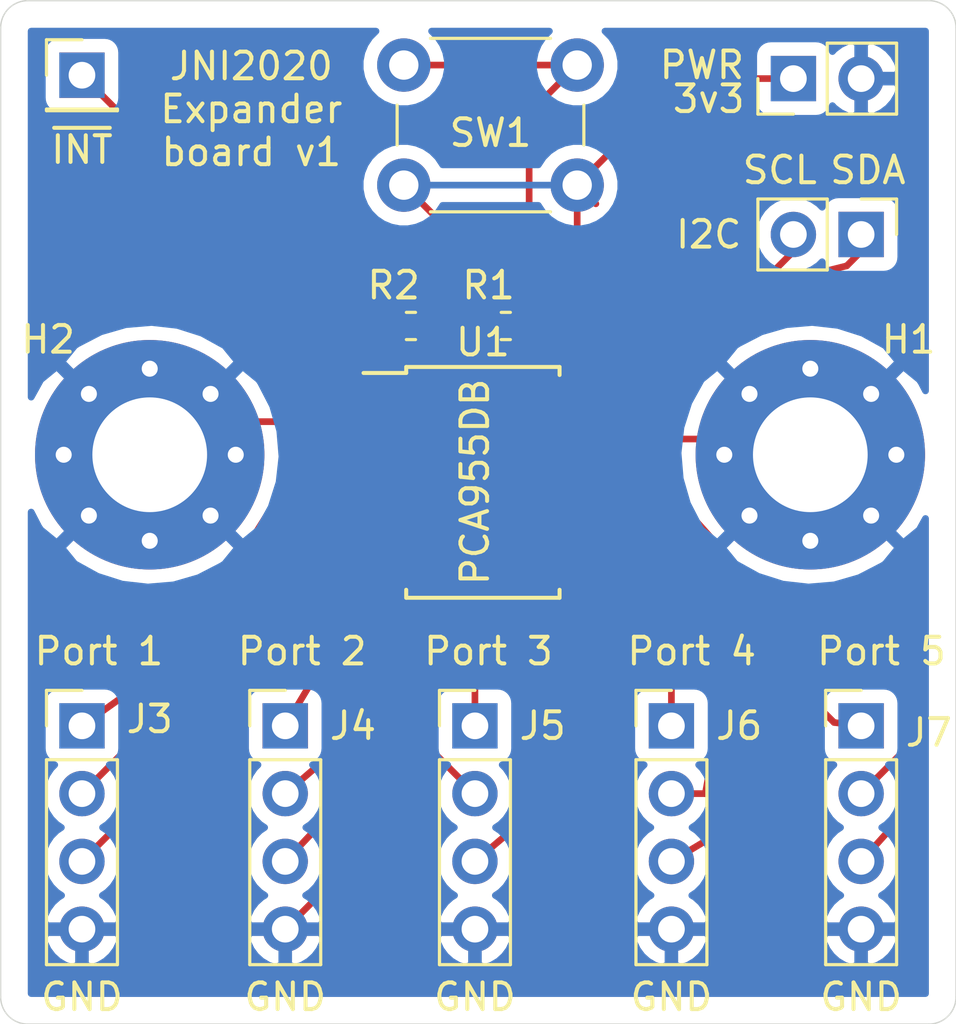
<source format=kicad_pcb>
(kicad_pcb (version 20171130) (host pcbnew "(5.1.6)-1")

  (general
    (thickness 1.6)
    (drawings 23)
    (tracks 112)
    (zones 0)
    (modules 14)
    (nets 22)
  )

  (page A4)
  (layers
    (0 F.Cu signal)
    (31 B.Cu signal)
    (32 B.Adhes user)
    (33 F.Adhes user)
    (34 B.Paste user)
    (35 F.Paste user)
    (36 B.SilkS user)
    (37 F.SilkS user)
    (38 B.Mask user)
    (39 F.Mask user)
    (40 Dwgs.User user)
    (41 Cmts.User user)
    (42 Eco1.User user)
    (43 Eco2.User user)
    (44 Edge.Cuts user)
    (45 Margin user)
    (46 B.CrtYd user)
    (47 F.CrtYd user)
    (48 B.Fab user hide)
    (49 F.Fab user hide)
  )

  (setup
    (last_trace_width 0.25)
    (user_trace_width 0.5)
    (user_trace_width 1)
    (trace_clearance 0.2)
    (zone_clearance 0.508)
    (zone_45_only no)
    (trace_min 0.2)
    (via_size 0.8)
    (via_drill 0.4)
    (via_min_size 0.4)
    (via_min_drill 0.3)
    (uvia_size 0.3)
    (uvia_drill 0.1)
    (uvias_allowed no)
    (uvia_min_size 0.2)
    (uvia_min_drill 0.1)
    (edge_width 0.05)
    (segment_width 0.2)
    (pcb_text_width 0.3)
    (pcb_text_size 1.5 1.5)
    (mod_edge_width 0.12)
    (mod_text_size 1 1)
    (mod_text_width 0.15)
    (pad_size 1.524 1.524)
    (pad_drill 0.762)
    (pad_to_mask_clearance 0.05)
    (aux_axis_origin 0 0)
    (visible_elements FFFFFF7F)
    (pcbplotparams
      (layerselection 0x010fc_ffffffff)
      (usegerberextensions false)
      (usegerberattributes true)
      (usegerberadvancedattributes true)
      (creategerberjobfile true)
      (excludeedgelayer true)
      (linewidth 0.100000)
      (plotframeref false)
      (viasonmask false)
      (mode 1)
      (useauxorigin false)
      (hpglpennumber 1)
      (hpglpenspeed 20)
      (hpglpendiameter 15.000000)
      (psnegative false)
      (psa4output false)
      (plotreference true)
      (plotvalue true)
      (plotinvisibletext false)
      (padsonsilk false)
      (subtractmaskfromsilk false)
      (outputformat 1)
      (mirror false)
      (drillshape 0)
      (scaleselection 1)
      (outputdirectory "gerbers/"))
  )

  (net 0 "")
  (net 1 +3V3)
  (net 2 "Net-(J2-Pad2)")
  (net 3 "Net-(J2-Pad1)")
  (net 4 GND)
  (net 5 "Net-(R1-Pad1)")
  (net 6 "Net-(J7-Pad3)")
  (net 7 "Net-(J7-Pad2)")
  (net 8 "Net-(J7-Pad1)")
  (net 9 "Net-(J6-Pad3)")
  (net 10 "Net-(J6-Pad2)")
  (net 11 "Net-(J6-Pad1)")
  (net 12 "Net-(J5-Pad3)")
  (net 13 "Net-(J5-Pad2)")
  (net 14 "Net-(J5-Pad1)")
  (net 15 "Net-(J4-Pad3)")
  (net 16 "Net-(J4-Pad2)")
  (net 17 "Net-(J4-Pad1)")
  (net 18 "Net-(J3-Pad3)")
  (net 19 "Net-(J3-Pad2)")
  (net 20 "Net-(J3-Pad1)")
  (net 21 "Net-(J8-Pad1)")

  (net_class Default "This is the default net class."
    (clearance 0.2)
    (trace_width 0.25)
    (via_dia 0.8)
    (via_drill 0.4)
    (uvia_dia 0.3)
    (uvia_drill 0.1)
    (add_net +3V3)
    (add_net GND)
    (add_net "Net-(J2-Pad1)")
    (add_net "Net-(J2-Pad2)")
    (add_net "Net-(J3-Pad1)")
    (add_net "Net-(J3-Pad2)")
    (add_net "Net-(J3-Pad3)")
    (add_net "Net-(J4-Pad1)")
    (add_net "Net-(J4-Pad2)")
    (add_net "Net-(J4-Pad3)")
    (add_net "Net-(J5-Pad1)")
    (add_net "Net-(J5-Pad2)")
    (add_net "Net-(J5-Pad3)")
    (add_net "Net-(J6-Pad1)")
    (add_net "Net-(J6-Pad2)")
    (add_net "Net-(J6-Pad3)")
    (add_net "Net-(J7-Pad1)")
    (add_net "Net-(J7-Pad2)")
    (add_net "Net-(J7-Pad3)")
    (add_net "Net-(J8-Pad1)")
    (add_net "Net-(R1-Pad1)")
  )

  (module MountingHole:MountingHole_4.3mm_M4_Pad_Via (layer F.Cu) (tedit 56DDBFD7) (tstamp 5F4E26DF)
    (at 107.95 72.39)
    (descr "Mounting Hole 4.3mm, M4")
    (tags "mounting hole 4.3mm m4")
    (path /5F5A9DAD)
    (attr virtual)
    (fp_text reference H2 (at -3.81 -4.318) (layer F.SilkS)
      (effects (font (size 1 1) (thickness 0.15)))
    )
    (fp_text value MountingHole_Pad (at 0 5.3) (layer F.Fab)
      (effects (font (size 1 1) (thickness 0.15)))
    )
    (fp_text user %R (at 0.3 0) (layer F.Fab)
      (effects (font (size 1 1) (thickness 0.15)))
    )
    (fp_circle (center 0 0) (end 4.3 0) (layer Cmts.User) (width 0.15))
    (fp_circle (center 0 0) (end 4.55 0) (layer F.CrtYd) (width 0.05))
    (pad 1 thru_hole circle (at 2.280419 -2.280419) (size 0.9 0.9) (drill 0.6) (layers *.Cu *.Mask)
      (net 4 GND))
    (pad 1 thru_hole circle (at 0 -3.225) (size 0.9 0.9) (drill 0.6) (layers *.Cu *.Mask)
      (net 4 GND))
    (pad 1 thru_hole circle (at -2.280419 -2.280419) (size 0.9 0.9) (drill 0.6) (layers *.Cu *.Mask)
      (net 4 GND))
    (pad 1 thru_hole circle (at -3.225 0) (size 0.9 0.9) (drill 0.6) (layers *.Cu *.Mask)
      (net 4 GND))
    (pad 1 thru_hole circle (at -2.280419 2.280419) (size 0.9 0.9) (drill 0.6) (layers *.Cu *.Mask)
      (net 4 GND))
    (pad 1 thru_hole circle (at 0 3.225) (size 0.9 0.9) (drill 0.6) (layers *.Cu *.Mask)
      (net 4 GND))
    (pad 1 thru_hole circle (at 2.280419 2.280419) (size 0.9 0.9) (drill 0.6) (layers *.Cu *.Mask)
      (net 4 GND))
    (pad 1 thru_hole circle (at 3.225 0) (size 0.9 0.9) (drill 0.6) (layers *.Cu *.Mask)
      (net 4 GND))
    (pad 1 thru_hole circle (at 0 0) (size 8.6 8.6) (drill 4.3) (layers *.Cu *.Mask)
      (net 4 GND))
  )

  (module MountingHole:MountingHole_4.3mm_M4_Pad_Via (layer F.Cu) (tedit 56DDBFD7) (tstamp 5F4E26CF)
    (at 132.715 72.39)
    (descr "Mounting Hole 4.3mm, M4")
    (tags "mounting hole 4.3mm m4")
    (path /5F5A7348)
    (attr virtual)
    (fp_text reference H1 (at 3.683 -4.318) (layer F.SilkS)
      (effects (font (size 1 1) (thickness 0.15)))
    )
    (fp_text value MountingHole_Pad (at 0 5.3) (layer F.Fab)
      (effects (font (size 1 1) (thickness 0.15)))
    )
    (fp_text user %R (at 0.3 0) (layer F.Fab)
      (effects (font (size 1 1) (thickness 0.15)))
    )
    (fp_circle (center 0 0) (end 4.3 0) (layer Cmts.User) (width 0.15))
    (fp_circle (center 0 0) (end 4.55 0) (layer F.CrtYd) (width 0.05))
    (pad 1 thru_hole circle (at 2.280419 -2.280419) (size 0.9 0.9) (drill 0.6) (layers *.Cu *.Mask)
      (net 4 GND))
    (pad 1 thru_hole circle (at 0 -3.225) (size 0.9 0.9) (drill 0.6) (layers *.Cu *.Mask)
      (net 4 GND))
    (pad 1 thru_hole circle (at -2.280419 -2.280419) (size 0.9 0.9) (drill 0.6) (layers *.Cu *.Mask)
      (net 4 GND))
    (pad 1 thru_hole circle (at -3.225 0) (size 0.9 0.9) (drill 0.6) (layers *.Cu *.Mask)
      (net 4 GND))
    (pad 1 thru_hole circle (at -2.280419 2.280419) (size 0.9 0.9) (drill 0.6) (layers *.Cu *.Mask)
      (net 4 GND))
    (pad 1 thru_hole circle (at 0 3.225) (size 0.9 0.9) (drill 0.6) (layers *.Cu *.Mask)
      (net 4 GND))
    (pad 1 thru_hole circle (at 2.280419 2.280419) (size 0.9 0.9) (drill 0.6) (layers *.Cu *.Mask)
      (net 4 GND))
    (pad 1 thru_hole circle (at 3.225 0) (size 0.9 0.9) (drill 0.6) (layers *.Cu *.Mask)
      (net 4 GND))
    (pad 1 thru_hole circle (at 0 0) (size 8.6 8.6) (drill 4.3) (layers *.Cu *.Mask)
      (net 4 GND))
  )

  (module Resistor_SMD:R_0603_1608Metric_Pad1.05x0.95mm_HandSolder (layer F.Cu) (tedit 5B301BBD) (tstamp 5F4D8D94)
    (at 117.743 67.564)
    (descr "Resistor SMD 0603 (1608 Metric), square (rectangular) end terminal, IPC_7351 nominal with elongated pad for handsoldering. (Body size source: http://www.tortai-tech.com/upload/download/2011102023233369053.pdf), generated with kicad-footprint-generator")
    (tags "resistor handsolder")
    (path /5F576942)
    (attr smd)
    (fp_text reference R2 (at -0.649 -1.524) (layer F.SilkS)
      (effects (font (size 1 1) (thickness 0.15)))
    )
    (fp_text value 1K (at 0 1.43) (layer F.Fab)
      (effects (font (size 1 1) (thickness 0.15)))
    )
    (fp_text user %R (at 0 0) (layer F.Fab)
      (effects (font (size 0.4 0.4) (thickness 0.06)))
    )
    (fp_line (start -0.8 0.4) (end -0.8 -0.4) (layer F.Fab) (width 0.1))
    (fp_line (start -0.8 -0.4) (end 0.8 -0.4) (layer F.Fab) (width 0.1))
    (fp_line (start 0.8 -0.4) (end 0.8 0.4) (layer F.Fab) (width 0.1))
    (fp_line (start 0.8 0.4) (end -0.8 0.4) (layer F.Fab) (width 0.1))
    (fp_line (start -0.171267 -0.51) (end 0.171267 -0.51) (layer F.SilkS) (width 0.12))
    (fp_line (start -0.171267 0.51) (end 0.171267 0.51) (layer F.SilkS) (width 0.12))
    (fp_line (start -1.65 0.73) (end -1.65 -0.73) (layer F.CrtYd) (width 0.05))
    (fp_line (start -1.65 -0.73) (end 1.65 -0.73) (layer F.CrtYd) (width 0.05))
    (fp_line (start 1.65 -0.73) (end 1.65 0.73) (layer F.CrtYd) (width 0.05))
    (fp_line (start 1.65 0.73) (end -1.65 0.73) (layer F.CrtYd) (width 0.05))
    (pad 2 smd roundrect (at 0.875 0) (size 1.05 0.95) (layers F.Cu F.Paste F.Mask) (roundrect_rratio 0.25)
      (net 1 +3V3))
    (pad 1 smd roundrect (at -0.875 0) (size 1.05 0.95) (layers F.Cu F.Paste F.Mask) (roundrect_rratio 0.25)
      (net 21 "Net-(J8-Pad1)"))
    (model ${KISYS3DMOD}/Resistor_SMD.3dshapes/R_0603_1608Metric.wrl
      (at (xyz 0 0 0))
      (scale (xyz 1 1 1))
      (rotate (xyz 0 0 0))
    )
  )

  (module Resistor_SMD:R_0603_1608Metric_Pad1.05x0.95mm_HandSolder (layer F.Cu) (tedit 5B301BBD) (tstamp 5F4D7E5F)
    (at 121.299 67.564 180)
    (descr "Resistor SMD 0603 (1608 Metric), square (rectangular) end terminal, IPC_7351 nominal with elongated pad for handsoldering. (Body size source: http://www.tortai-tech.com/upload/download/2011102023233369053.pdf), generated with kicad-footprint-generator")
    (tags "resistor handsolder")
    (path /5F54E8D7)
    (attr smd)
    (fp_text reference R1 (at 0.649 1.524) (layer F.SilkS)
      (effects (font (size 1 1) (thickness 0.15)))
    )
    (fp_text value 1K (at 0 1.43) (layer F.Fab)
      (effects (font (size 1 1) (thickness 0.15)))
    )
    (fp_text user %R (at 0 0) (layer F.Fab)
      (effects (font (size 0.4 0.4) (thickness 0.06)))
    )
    (fp_line (start -0.8 0.4) (end -0.8 -0.4) (layer F.Fab) (width 0.1))
    (fp_line (start -0.8 -0.4) (end 0.8 -0.4) (layer F.Fab) (width 0.1))
    (fp_line (start 0.8 -0.4) (end 0.8 0.4) (layer F.Fab) (width 0.1))
    (fp_line (start 0.8 0.4) (end -0.8 0.4) (layer F.Fab) (width 0.1))
    (fp_line (start -0.171267 -0.51) (end 0.171267 -0.51) (layer F.SilkS) (width 0.12))
    (fp_line (start -0.171267 0.51) (end 0.171267 0.51) (layer F.SilkS) (width 0.12))
    (fp_line (start -1.65 0.73) (end -1.65 -0.73) (layer F.CrtYd) (width 0.05))
    (fp_line (start -1.65 -0.73) (end 1.65 -0.73) (layer F.CrtYd) (width 0.05))
    (fp_line (start 1.65 -0.73) (end 1.65 0.73) (layer F.CrtYd) (width 0.05))
    (fp_line (start 1.65 0.73) (end -1.65 0.73) (layer F.CrtYd) (width 0.05))
    (pad 2 smd roundrect (at 0.875 0 180) (size 1.05 0.95) (layers F.Cu F.Paste F.Mask) (roundrect_rratio 0.25)
      (net 4 GND))
    (pad 1 smd roundrect (at -0.875 0 180) (size 1.05 0.95) (layers F.Cu F.Paste F.Mask) (roundrect_rratio 0.25)
      (net 5 "Net-(R1-Pad1)"))
    (model ${KISYS3DMOD}/Resistor_SMD.3dshapes/R_0603_1608Metric.wrl
      (at (xyz 0 0 0))
      (scale (xyz 1 1 1))
      (rotate (xyz 0 0 0))
    )
  )

  (module Connector_PinHeader_2.54mm:PinHeader_1x01_P2.54mm_Vertical (layer F.Cu) (tedit 59FED5CC) (tstamp 5F4D98D7)
    (at 105.41 58.166)
    (descr "Through hole straight pin header, 1x01, 2.54mm pitch, single row")
    (tags "Through hole pin header THT 1x01 2.54mm single row")
    (path /5F57CBD9)
    (fp_text reference ~INT (at 0 2.794 180) (layer F.SilkS)
      (effects (font (size 1 1) (thickness 0.15)))
    )
    (fp_text value ~INT (at 0 2.33) (layer F.Fab)
      (effects (font (size 1 1) (thickness 0.15)))
    )
    (fp_text user %R (at 0 0 90) (layer F.Fab)
      (effects (font (size 1 1) (thickness 0.15)))
    )
    (fp_line (start -0.635 -1.27) (end 1.27 -1.27) (layer F.Fab) (width 0.1))
    (fp_line (start 1.27 -1.27) (end 1.27 1.27) (layer F.Fab) (width 0.1))
    (fp_line (start 1.27 1.27) (end -1.27 1.27) (layer F.Fab) (width 0.1))
    (fp_line (start -1.27 1.27) (end -1.27 -0.635) (layer F.Fab) (width 0.1))
    (fp_line (start -1.27 -0.635) (end -0.635 -1.27) (layer F.Fab) (width 0.1))
    (fp_line (start -1.33 1.33) (end 1.33 1.33) (layer F.SilkS) (width 0.12))
    (fp_line (start -1.33 1.27) (end -1.33 1.33) (layer F.SilkS) (width 0.12))
    (fp_line (start 1.33 1.27) (end 1.33 1.33) (layer F.SilkS) (width 0.12))
    (fp_line (start -1.33 1.27) (end 1.33 1.27) (layer F.SilkS) (width 0.12))
    (fp_line (start -1.33 0) (end -1.33 -1.33) (layer F.SilkS) (width 0.12))
    (fp_line (start -1.33 -1.33) (end 0 -1.33) (layer F.SilkS) (width 0.12))
    (fp_line (start -1.8 -1.8) (end -1.8 1.8) (layer F.CrtYd) (width 0.05))
    (fp_line (start -1.8 1.8) (end 1.8 1.8) (layer F.CrtYd) (width 0.05))
    (fp_line (start 1.8 1.8) (end 1.8 -1.8) (layer F.CrtYd) (width 0.05))
    (fp_line (start 1.8 -1.8) (end -1.8 -1.8) (layer F.CrtYd) (width 0.05))
    (pad 1 thru_hole rect (at 0 0) (size 1.7 1.7) (drill 1) (layers *.Cu *.Mask)
      (net 21 "Net-(J8-Pad1)"))
    (model ${KISYS3DMOD}/Connector_PinHeader_2.54mm.3dshapes/PinHeader_1x01_P2.54mm_Vertical.wrl
      (at (xyz 0 0 0))
      (scale (xyz 1 1 1))
      (rotate (xyz 0 0 0))
    )
  )

  (module Connector_PinHeader_2.54mm:PinHeader_1x02_P2.54mm_Vertical (layer F.Cu) (tedit 59FED5CC) (tstamp 5F4D7340)
    (at 132.08 58.293 90)
    (descr "Through hole straight pin header, 1x02, 2.54mm pitch, single row")
    (tags "Through hole pin header THT 1x02 2.54mm single row")
    (path /5F54317B)
    (fp_text reference PWR (at 0.508 -3.429 180) (layer F.SilkS)
      (effects (font (size 1 1) (thickness 0.15)))
    )
    (fp_text value PWR/GND (at 0 4.87 90) (layer F.Fab)
      (effects (font (size 1 1) (thickness 0.15)))
    )
    (fp_text user %R (at 0 1.27) (layer F.Fab)
      (effects (font (size 1 1) (thickness 0.15)))
    )
    (fp_line (start -0.635 -1.27) (end 1.27 -1.27) (layer F.Fab) (width 0.1))
    (fp_line (start 1.27 -1.27) (end 1.27 3.81) (layer F.Fab) (width 0.1))
    (fp_line (start 1.27 3.81) (end -1.27 3.81) (layer F.Fab) (width 0.1))
    (fp_line (start -1.27 3.81) (end -1.27 -0.635) (layer F.Fab) (width 0.1))
    (fp_line (start -1.27 -0.635) (end -0.635 -1.27) (layer F.Fab) (width 0.1))
    (fp_line (start -1.33 3.87) (end 1.33 3.87) (layer F.SilkS) (width 0.12))
    (fp_line (start -1.33 1.27) (end -1.33 3.87) (layer F.SilkS) (width 0.12))
    (fp_line (start 1.33 1.27) (end 1.33 3.87) (layer F.SilkS) (width 0.12))
    (fp_line (start -1.33 1.27) (end 1.33 1.27) (layer F.SilkS) (width 0.12))
    (fp_line (start -1.33 0) (end -1.33 -1.33) (layer F.SilkS) (width 0.12))
    (fp_line (start -1.33 -1.33) (end 0 -1.33) (layer F.SilkS) (width 0.12))
    (fp_line (start -1.8 -1.8) (end -1.8 4.35) (layer F.CrtYd) (width 0.05))
    (fp_line (start -1.8 4.35) (end 1.8 4.35) (layer F.CrtYd) (width 0.05))
    (fp_line (start 1.8 4.35) (end 1.8 -1.8) (layer F.CrtYd) (width 0.05))
    (fp_line (start 1.8 -1.8) (end -1.8 -1.8) (layer F.CrtYd) (width 0.05))
    (pad 2 thru_hole oval (at 0 2.54 90) (size 1.7 1.7) (drill 1) (layers *.Cu *.Mask)
      (net 4 GND))
    (pad 1 thru_hole rect (at 0 0 90) (size 1.7 1.7) (drill 1) (layers *.Cu *.Mask)
      (net 1 +3V3))
    (model ${KISYS3DMOD}/Connector_PinHeader_2.54mm.3dshapes/PinHeader_1x02_P2.54mm_Vertical.wrl
      (at (xyz 0 0 0))
      (scale (xyz 1 1 1))
      (rotate (xyz 0 0 0))
    )
  )

  (module Button_Switch_THT:SW_PUSH_6mm (layer F.Cu) (tedit 5A02FE31) (tstamp 5F4D73FE)
    (at 117.475 57.785)
    (descr https://www.omron.com/ecb/products/pdf/en-b3f.pdf)
    (tags "tact sw push 6mm")
    (path /5F54BE14)
    (fp_text reference SW1 (at 3.25 2.54) (layer F.SilkS)
      (effects (font (size 1 1) (thickness 0.15)))
    )
    (fp_text value Action (at 3.75 6.7) (layer F.Fab)
      (effects (font (size 1 1) (thickness 0.15)))
    )
    (fp_text user %R (at 3.25 2.25) (layer F.Fab)
      (effects (font (size 1 1) (thickness 0.15)))
    )
    (fp_line (start 3.25 -0.75) (end 6.25 -0.75) (layer F.Fab) (width 0.1))
    (fp_line (start 6.25 -0.75) (end 6.25 5.25) (layer F.Fab) (width 0.1))
    (fp_line (start 6.25 5.25) (end 0.25 5.25) (layer F.Fab) (width 0.1))
    (fp_line (start 0.25 5.25) (end 0.25 -0.75) (layer F.Fab) (width 0.1))
    (fp_line (start 0.25 -0.75) (end 3.25 -0.75) (layer F.Fab) (width 0.1))
    (fp_line (start 7.75 6) (end 8 6) (layer F.CrtYd) (width 0.05))
    (fp_line (start 8 6) (end 8 5.75) (layer F.CrtYd) (width 0.05))
    (fp_line (start 7.75 -1.5) (end 8 -1.5) (layer F.CrtYd) (width 0.05))
    (fp_line (start 8 -1.5) (end 8 -1.25) (layer F.CrtYd) (width 0.05))
    (fp_line (start -1.5 -1.25) (end -1.5 -1.5) (layer F.CrtYd) (width 0.05))
    (fp_line (start -1.5 -1.5) (end -1.25 -1.5) (layer F.CrtYd) (width 0.05))
    (fp_line (start -1.5 5.75) (end -1.5 6) (layer F.CrtYd) (width 0.05))
    (fp_line (start -1.5 6) (end -1.25 6) (layer F.CrtYd) (width 0.05))
    (fp_line (start -1.25 -1.5) (end 7.75 -1.5) (layer F.CrtYd) (width 0.05))
    (fp_line (start -1.5 5.75) (end -1.5 -1.25) (layer F.CrtYd) (width 0.05))
    (fp_line (start 7.75 6) (end -1.25 6) (layer F.CrtYd) (width 0.05))
    (fp_line (start 8 -1.25) (end 8 5.75) (layer F.CrtYd) (width 0.05))
    (fp_line (start 1 5.5) (end 5.5 5.5) (layer F.SilkS) (width 0.12))
    (fp_line (start -0.25 1.5) (end -0.25 3) (layer F.SilkS) (width 0.12))
    (fp_line (start 5.5 -1) (end 1 -1) (layer F.SilkS) (width 0.12))
    (fp_line (start 6.75 3) (end 6.75 1.5) (layer F.SilkS) (width 0.12))
    (fp_circle (center 3.25 2.25) (end 1.25 2.5) (layer F.Fab) (width 0.1))
    (pad 1 thru_hole circle (at 6.5 0 90) (size 2 2) (drill 1.1) (layers *.Cu *.Mask)
      (net 5 "Net-(R1-Pad1)"))
    (pad 2 thru_hole circle (at 6.5 4.5 90) (size 2 2) (drill 1.1) (layers *.Cu *.Mask)
      (net 1 +3V3))
    (pad 1 thru_hole circle (at 0 0 90) (size 2 2) (drill 1.1) (layers *.Cu *.Mask)
      (net 5 "Net-(R1-Pad1)"))
    (pad 2 thru_hole circle (at 0 4.5 90) (size 2 2) (drill 1.1) (layers *.Cu *.Mask)
      (net 1 +3V3))
    (model ${KISYS3DMOD}/Button_Switch_THT.3dshapes/SW_PUSH_6mm.wrl
      (at (xyz 0 0 0))
      (scale (xyz 1 1 1))
      (rotate (xyz 0 0 0))
    )
  )

  (module Connector_PinHeader_2.54mm:PinHeader_1x04_P2.54mm_Vertical (layer F.Cu) (tedit 59FED5CC) (tstamp 5F4D9D54)
    (at 134.62 82.55)
    (descr "Through hole straight pin header, 1x04, 2.54mm pitch, single row")
    (tags "Through hole pin header THT 1x04 2.54mm single row")
    (path /5F534E97)
    (fp_text reference J7 (at 2.54 0.254) (layer F.SilkS)
      (effects (font (size 1 1) (thickness 0.15)))
    )
    (fp_text value "Port 5" (at 0 9.95) (layer F.Fab)
      (effects (font (size 1 1) (thickness 0.15)))
    )
    (fp_text user %R (at 0 3.81 90) (layer F.Fab)
      (effects (font (size 1 1) (thickness 0.15)))
    )
    (fp_line (start -0.635 -1.27) (end 1.27 -1.27) (layer F.Fab) (width 0.1))
    (fp_line (start 1.27 -1.27) (end 1.27 8.89) (layer F.Fab) (width 0.1))
    (fp_line (start 1.27 8.89) (end -1.27 8.89) (layer F.Fab) (width 0.1))
    (fp_line (start -1.27 8.89) (end -1.27 -0.635) (layer F.Fab) (width 0.1))
    (fp_line (start -1.27 -0.635) (end -0.635 -1.27) (layer F.Fab) (width 0.1))
    (fp_line (start -1.33 8.95) (end 1.33 8.95) (layer F.SilkS) (width 0.12))
    (fp_line (start -1.33 1.27) (end -1.33 8.95) (layer F.SilkS) (width 0.12))
    (fp_line (start 1.33 1.27) (end 1.33 8.95) (layer F.SilkS) (width 0.12))
    (fp_line (start -1.33 1.27) (end 1.33 1.27) (layer F.SilkS) (width 0.12))
    (fp_line (start -1.33 0) (end -1.33 -1.33) (layer F.SilkS) (width 0.12))
    (fp_line (start -1.33 -1.33) (end 0 -1.33) (layer F.SilkS) (width 0.12))
    (fp_line (start -1.8 -1.8) (end -1.8 9.4) (layer F.CrtYd) (width 0.05))
    (fp_line (start -1.8 9.4) (end 1.8 9.4) (layer F.CrtYd) (width 0.05))
    (fp_line (start 1.8 9.4) (end 1.8 -1.8) (layer F.CrtYd) (width 0.05))
    (fp_line (start 1.8 -1.8) (end -1.8 -1.8) (layer F.CrtYd) (width 0.05))
    (pad 4 thru_hole oval (at 0 7.62) (size 1.7 1.7) (drill 1) (layers *.Cu *.Mask)
      (net 4 GND))
    (pad 3 thru_hole oval (at 0 5.08) (size 1.7 1.7) (drill 1) (layers *.Cu *.Mask)
      (net 6 "Net-(J7-Pad3)"))
    (pad 2 thru_hole oval (at 0 2.54) (size 1.7 1.7) (drill 1) (layers *.Cu *.Mask)
      (net 7 "Net-(J7-Pad2)"))
    (pad 1 thru_hole rect (at 0 0) (size 1.7 1.7) (drill 1) (layers *.Cu *.Mask)
      (net 8 "Net-(J7-Pad1)"))
    (model ${KISYS3DMOD}/Connector_PinHeader_2.54mm.3dshapes/PinHeader_1x04_P2.54mm_Vertical.wrl
      (at (xyz 0 0 0))
      (scale (xyz 1 1 1))
      (rotate (xyz 0 0 0))
    )
  )

  (module Connector_PinHeader_2.54mm:PinHeader_1x04_P2.54mm_Vertical (layer F.Cu) (tedit 59FED5CC) (tstamp 5F4D73B6)
    (at 127.508 82.55)
    (descr "Through hole straight pin header, 1x04, 2.54mm pitch, single row")
    (tags "Through hole pin header THT 1x04 2.54mm single row")
    (path /5F4EA594)
    (fp_text reference J6 (at 2.54 0) (layer F.SilkS)
      (effects (font (size 1 1) (thickness 0.15)))
    )
    (fp_text value "Port 4" (at 0 9.95) (layer F.Fab)
      (effects (font (size 1 1) (thickness 0.15)))
    )
    (fp_text user %R (at 0 3.81 90) (layer F.Fab)
      (effects (font (size 1 1) (thickness 0.15)))
    )
    (fp_line (start -0.635 -1.27) (end 1.27 -1.27) (layer F.Fab) (width 0.1))
    (fp_line (start 1.27 -1.27) (end 1.27 8.89) (layer F.Fab) (width 0.1))
    (fp_line (start 1.27 8.89) (end -1.27 8.89) (layer F.Fab) (width 0.1))
    (fp_line (start -1.27 8.89) (end -1.27 -0.635) (layer F.Fab) (width 0.1))
    (fp_line (start -1.27 -0.635) (end -0.635 -1.27) (layer F.Fab) (width 0.1))
    (fp_line (start -1.33 8.95) (end 1.33 8.95) (layer F.SilkS) (width 0.12))
    (fp_line (start -1.33 1.27) (end -1.33 8.95) (layer F.SilkS) (width 0.12))
    (fp_line (start 1.33 1.27) (end 1.33 8.95) (layer F.SilkS) (width 0.12))
    (fp_line (start -1.33 1.27) (end 1.33 1.27) (layer F.SilkS) (width 0.12))
    (fp_line (start -1.33 0) (end -1.33 -1.33) (layer F.SilkS) (width 0.12))
    (fp_line (start -1.33 -1.33) (end 0 -1.33) (layer F.SilkS) (width 0.12))
    (fp_line (start -1.8 -1.8) (end -1.8 9.4) (layer F.CrtYd) (width 0.05))
    (fp_line (start -1.8 9.4) (end 1.8 9.4) (layer F.CrtYd) (width 0.05))
    (fp_line (start 1.8 9.4) (end 1.8 -1.8) (layer F.CrtYd) (width 0.05))
    (fp_line (start 1.8 -1.8) (end -1.8 -1.8) (layer F.CrtYd) (width 0.05))
    (pad 4 thru_hole oval (at 0 7.62) (size 1.7 1.7) (drill 1) (layers *.Cu *.Mask)
      (net 4 GND))
    (pad 3 thru_hole oval (at 0 5.08) (size 1.7 1.7) (drill 1) (layers *.Cu *.Mask)
      (net 9 "Net-(J6-Pad3)"))
    (pad 2 thru_hole oval (at 0 2.54) (size 1.7 1.7) (drill 1) (layers *.Cu *.Mask)
      (net 10 "Net-(J6-Pad2)"))
    (pad 1 thru_hole rect (at 0 0) (size 1.7 1.7) (drill 1) (layers *.Cu *.Mask)
      (net 11 "Net-(J6-Pad1)"))
    (model ${KISYS3DMOD}/Connector_PinHeader_2.54mm.3dshapes/PinHeader_1x04_P2.54mm_Vertical.wrl
      (at (xyz 0 0 0))
      (scale (xyz 1 1 1))
      (rotate (xyz 0 0 0))
    )
  )

  (module Connector_PinHeader_2.54mm:PinHeader_1x04_P2.54mm_Vertical (layer F.Cu) (tedit 59FED5CC) (tstamp 5F4D739E)
    (at 120.142 82.55)
    (descr "Through hole straight pin header, 1x04, 2.54mm pitch, single row")
    (tags "Through hole pin header THT 1x04 2.54mm single row")
    (path /5F4E85E8)
    (fp_text reference J5 (at 2.54 0) (layer F.SilkS)
      (effects (font (size 1 1) (thickness 0.15)))
    )
    (fp_text value "Port 3" (at 0 9.95) (layer F.Fab)
      (effects (font (size 1 1) (thickness 0.15)))
    )
    (fp_text user %R (at 0 3.81 90) (layer F.Fab)
      (effects (font (size 1 1) (thickness 0.15)))
    )
    (fp_line (start -0.635 -1.27) (end 1.27 -1.27) (layer F.Fab) (width 0.1))
    (fp_line (start 1.27 -1.27) (end 1.27 8.89) (layer F.Fab) (width 0.1))
    (fp_line (start 1.27 8.89) (end -1.27 8.89) (layer F.Fab) (width 0.1))
    (fp_line (start -1.27 8.89) (end -1.27 -0.635) (layer F.Fab) (width 0.1))
    (fp_line (start -1.27 -0.635) (end -0.635 -1.27) (layer F.Fab) (width 0.1))
    (fp_line (start -1.33 8.95) (end 1.33 8.95) (layer F.SilkS) (width 0.12))
    (fp_line (start -1.33 1.27) (end -1.33 8.95) (layer F.SilkS) (width 0.12))
    (fp_line (start 1.33 1.27) (end 1.33 8.95) (layer F.SilkS) (width 0.12))
    (fp_line (start -1.33 1.27) (end 1.33 1.27) (layer F.SilkS) (width 0.12))
    (fp_line (start -1.33 0) (end -1.33 -1.33) (layer F.SilkS) (width 0.12))
    (fp_line (start -1.33 -1.33) (end 0 -1.33) (layer F.SilkS) (width 0.12))
    (fp_line (start -1.8 -1.8) (end -1.8 9.4) (layer F.CrtYd) (width 0.05))
    (fp_line (start -1.8 9.4) (end 1.8 9.4) (layer F.CrtYd) (width 0.05))
    (fp_line (start 1.8 9.4) (end 1.8 -1.8) (layer F.CrtYd) (width 0.05))
    (fp_line (start 1.8 -1.8) (end -1.8 -1.8) (layer F.CrtYd) (width 0.05))
    (pad 4 thru_hole oval (at 0 7.62) (size 1.7 1.7) (drill 1) (layers *.Cu *.Mask)
      (net 4 GND))
    (pad 3 thru_hole oval (at 0 5.08) (size 1.7 1.7) (drill 1) (layers *.Cu *.Mask)
      (net 12 "Net-(J5-Pad3)"))
    (pad 2 thru_hole oval (at 0 2.54) (size 1.7 1.7) (drill 1) (layers *.Cu *.Mask)
      (net 13 "Net-(J5-Pad2)"))
    (pad 1 thru_hole rect (at 0 0) (size 1.7 1.7) (drill 1) (layers *.Cu *.Mask)
      (net 14 "Net-(J5-Pad1)"))
    (model ${KISYS3DMOD}/Connector_PinHeader_2.54mm.3dshapes/PinHeader_1x04_P2.54mm_Vertical.wrl
      (at (xyz 0 0 0))
      (scale (xyz 1 1 1))
      (rotate (xyz 0 0 0))
    )
  )

  (module Connector_PinHeader_2.54mm:PinHeader_1x04_P2.54mm_Vertical (layer F.Cu) (tedit 59FED5CC) (tstamp 5F4E2E03)
    (at 113.03 82.55)
    (descr "Through hole straight pin header, 1x04, 2.54mm pitch, single row")
    (tags "Through hole pin header THT 1x04 2.54mm single row")
    (path /5F4E72B1)
    (fp_text reference J4 (at 2.54 0) (layer F.SilkS)
      (effects (font (size 1 1) (thickness 0.15)))
    )
    (fp_text value "Port 2" (at 0 9.95) (layer F.Fab)
      (effects (font (size 1 1) (thickness 0.15)))
    )
    (fp_text user %R (at 0 3.81 90) (layer F.Fab)
      (effects (font (size 1 1) (thickness 0.15)))
    )
    (fp_line (start -0.635 -1.27) (end 1.27 -1.27) (layer F.Fab) (width 0.1))
    (fp_line (start 1.27 -1.27) (end 1.27 8.89) (layer F.Fab) (width 0.1))
    (fp_line (start 1.27 8.89) (end -1.27 8.89) (layer F.Fab) (width 0.1))
    (fp_line (start -1.27 8.89) (end -1.27 -0.635) (layer F.Fab) (width 0.1))
    (fp_line (start -1.27 -0.635) (end -0.635 -1.27) (layer F.Fab) (width 0.1))
    (fp_line (start -1.33 8.95) (end 1.33 8.95) (layer F.SilkS) (width 0.12))
    (fp_line (start -1.33 1.27) (end -1.33 8.95) (layer F.SilkS) (width 0.12))
    (fp_line (start 1.33 1.27) (end 1.33 8.95) (layer F.SilkS) (width 0.12))
    (fp_line (start -1.33 1.27) (end 1.33 1.27) (layer F.SilkS) (width 0.12))
    (fp_line (start -1.33 0) (end -1.33 -1.33) (layer F.SilkS) (width 0.12))
    (fp_line (start -1.33 -1.33) (end 0 -1.33) (layer F.SilkS) (width 0.12))
    (fp_line (start -1.8 -1.8) (end -1.8 9.4) (layer F.CrtYd) (width 0.05))
    (fp_line (start -1.8 9.4) (end 1.8 9.4) (layer F.CrtYd) (width 0.05))
    (fp_line (start 1.8 9.4) (end 1.8 -1.8) (layer F.CrtYd) (width 0.05))
    (fp_line (start 1.8 -1.8) (end -1.8 -1.8) (layer F.CrtYd) (width 0.05))
    (pad 4 thru_hole oval (at 0 7.62) (size 1.7 1.7) (drill 1) (layers *.Cu *.Mask)
      (net 4 GND))
    (pad 3 thru_hole oval (at 0 5.08) (size 1.7 1.7) (drill 1) (layers *.Cu *.Mask)
      (net 15 "Net-(J4-Pad3)"))
    (pad 2 thru_hole oval (at 0 2.54) (size 1.7 1.7) (drill 1) (layers *.Cu *.Mask)
      (net 16 "Net-(J4-Pad2)"))
    (pad 1 thru_hole rect (at 0 0) (size 1.7 1.7) (drill 1) (layers *.Cu *.Mask)
      (net 17 "Net-(J4-Pad1)"))
    (model ${KISYS3DMOD}/Connector_PinHeader_2.54mm.3dshapes/PinHeader_1x04_P2.54mm_Vertical.wrl
      (at (xyz 0 0 0))
      (scale (xyz 1 1 1))
      (rotate (xyz 0 0 0))
    )
  )

  (module Connector_PinHeader_2.54mm:PinHeader_1x04_P2.54mm_Vertical (layer F.Cu) (tedit 59FED5CC) (tstamp 5F4D736E)
    (at 105.41 82.55)
    (descr "Through hole straight pin header, 1x04, 2.54mm pitch, single row")
    (tags "Through hole pin header THT 1x04 2.54mm single row")
    (path /5F4D6D02)
    (fp_text reference J3 (at 2.54 -0.254) (layer F.SilkS)
      (effects (font (size 1 1) (thickness 0.15)))
    )
    (fp_text value "Port 1" (at 0 9.95) (layer F.Fab)
      (effects (font (size 1 1) (thickness 0.15)))
    )
    (fp_text user %R (at 0 3.81 90) (layer F.Fab)
      (effects (font (size 1 1) (thickness 0.15)))
    )
    (fp_line (start -0.635 -1.27) (end 1.27 -1.27) (layer F.Fab) (width 0.1))
    (fp_line (start 1.27 -1.27) (end 1.27 8.89) (layer F.Fab) (width 0.1))
    (fp_line (start 1.27 8.89) (end -1.27 8.89) (layer F.Fab) (width 0.1))
    (fp_line (start -1.27 8.89) (end -1.27 -0.635) (layer F.Fab) (width 0.1))
    (fp_line (start -1.27 -0.635) (end -0.635 -1.27) (layer F.Fab) (width 0.1))
    (fp_line (start -1.33 8.95) (end 1.33 8.95) (layer F.SilkS) (width 0.12))
    (fp_line (start -1.33 1.27) (end -1.33 8.95) (layer F.SilkS) (width 0.12))
    (fp_line (start 1.33 1.27) (end 1.33 8.95) (layer F.SilkS) (width 0.12))
    (fp_line (start -1.33 1.27) (end 1.33 1.27) (layer F.SilkS) (width 0.12))
    (fp_line (start -1.33 0) (end -1.33 -1.33) (layer F.SilkS) (width 0.12))
    (fp_line (start -1.33 -1.33) (end 0 -1.33) (layer F.SilkS) (width 0.12))
    (fp_line (start -1.8 -1.8) (end -1.8 9.4) (layer F.CrtYd) (width 0.05))
    (fp_line (start -1.8 9.4) (end 1.8 9.4) (layer F.CrtYd) (width 0.05))
    (fp_line (start 1.8 9.4) (end 1.8 -1.8) (layer F.CrtYd) (width 0.05))
    (fp_line (start 1.8 -1.8) (end -1.8 -1.8) (layer F.CrtYd) (width 0.05))
    (pad 4 thru_hole oval (at 0 7.62) (size 1.7 1.7) (drill 1) (layers *.Cu *.Mask)
      (net 4 GND))
    (pad 3 thru_hole oval (at 0 5.08) (size 1.7 1.7) (drill 1) (layers *.Cu *.Mask)
      (net 18 "Net-(J3-Pad3)"))
    (pad 2 thru_hole oval (at 0 2.54) (size 1.7 1.7) (drill 1) (layers *.Cu *.Mask)
      (net 19 "Net-(J3-Pad2)"))
    (pad 1 thru_hole rect (at 0 0) (size 1.7 1.7) (drill 1) (layers *.Cu *.Mask)
      (net 20 "Net-(J3-Pad1)"))
    (model ${KISYS3DMOD}/Connector_PinHeader_2.54mm.3dshapes/PinHeader_1x04_P2.54mm_Vertical.wrl
      (at (xyz 0 0 0))
      (scale (xyz 1 1 1))
      (rotate (xyz 0 0 0))
    )
  )

  (module Connector_PinHeader_2.54mm:PinHeader_1x02_P2.54mm_Vertical (layer F.Cu) (tedit 59FED5CC) (tstamp 5F4D7356)
    (at 134.62 64.135 270)
    (descr "Through hole straight pin header, 1x02, 2.54mm pitch, single row")
    (tags "Through hole pin header THT 1x02 2.54mm single row")
    (path /5F540EC6)
    (fp_text reference I2C (at 0 5.715) (layer F.SilkS)
      (effects (font (size 1 1) (thickness 0.15)))
    )
    (fp_text value I2C (at 0 4.87 90) (layer F.Fab)
      (effects (font (size 1 1) (thickness 0.15)))
    )
    (fp_text user %R (at 0 1.27) (layer F.Fab)
      (effects (font (size 1 1) (thickness 0.15)))
    )
    (fp_line (start -0.635 -1.27) (end 1.27 -1.27) (layer F.Fab) (width 0.1))
    (fp_line (start 1.27 -1.27) (end 1.27 3.81) (layer F.Fab) (width 0.1))
    (fp_line (start 1.27 3.81) (end -1.27 3.81) (layer F.Fab) (width 0.1))
    (fp_line (start -1.27 3.81) (end -1.27 -0.635) (layer F.Fab) (width 0.1))
    (fp_line (start -1.27 -0.635) (end -0.635 -1.27) (layer F.Fab) (width 0.1))
    (fp_line (start -1.33 3.87) (end 1.33 3.87) (layer F.SilkS) (width 0.12))
    (fp_line (start -1.33 1.27) (end -1.33 3.87) (layer F.SilkS) (width 0.12))
    (fp_line (start 1.33 1.27) (end 1.33 3.87) (layer F.SilkS) (width 0.12))
    (fp_line (start -1.33 1.27) (end 1.33 1.27) (layer F.SilkS) (width 0.12))
    (fp_line (start -1.33 0) (end -1.33 -1.33) (layer F.SilkS) (width 0.12))
    (fp_line (start -1.33 -1.33) (end 0 -1.33) (layer F.SilkS) (width 0.12))
    (fp_line (start -1.8 -1.8) (end -1.8 4.35) (layer F.CrtYd) (width 0.05))
    (fp_line (start -1.8 4.35) (end 1.8 4.35) (layer F.CrtYd) (width 0.05))
    (fp_line (start 1.8 4.35) (end 1.8 -1.8) (layer F.CrtYd) (width 0.05))
    (fp_line (start 1.8 -1.8) (end -1.8 -1.8) (layer F.CrtYd) (width 0.05))
    (pad 2 thru_hole oval (at 0 2.54 270) (size 1.7 1.7) (drill 1) (layers *.Cu *.Mask)
      (net 2 "Net-(J2-Pad2)"))
    (pad 1 thru_hole rect (at 0 0 270) (size 1.7 1.7) (drill 1) (layers *.Cu *.Mask)
      (net 3 "Net-(J2-Pad1)"))
    (model ${KISYS3DMOD}/Connector_PinHeader_2.54mm.3dshapes/PinHeader_1x02_P2.54mm_Vertical.wrl
      (at (xyz 0 0 0))
      (scale (xyz 1 1 1))
      (rotate (xyz 0 0 0))
    )
  )

  (module Package_SO:SSOP-24_5.3x8.2mm_P0.65mm (layer F.Cu) (tedit 5A02F25C) (tstamp 5F4D5C66)
    (at 120.44 73.425)
    (descr "24-Lead Plastic Shrink Small Outline (SS)-5.30 mm Body [SSOP] (see Microchip Packaging Specification 00000049BS.pdf)")
    (tags "SSOP 0.65")
    (path /5F4D5073)
    (attr smd)
    (fp_text reference U1 (at 0 -5.25) (layer F.SilkS)
      (effects (font (size 1 1) (thickness 0.15)))
    )
    (fp_text value PCA9555DB (at 0 5.25) (layer F.Fab)
      (effects (font (size 1 1) (thickness 0.15)))
    )
    (fp_text user %R (at 0 0) (layer F.Fab)
      (effects (font (size 0.8 0.8) (thickness 0.15)))
    )
    (fp_line (start -1.65 -4.1) (end 2.65 -4.1) (layer F.Fab) (width 0.15))
    (fp_line (start 2.65 -4.1) (end 2.65 4.1) (layer F.Fab) (width 0.15))
    (fp_line (start 2.65 4.1) (end -2.65 4.1) (layer F.Fab) (width 0.15))
    (fp_line (start -2.65 4.1) (end -2.65 -3.1) (layer F.Fab) (width 0.15))
    (fp_line (start -2.65 -3.1) (end -1.65 -4.1) (layer F.Fab) (width 0.15))
    (fp_line (start -4.75 -4.5) (end -4.75 4.5) (layer F.CrtYd) (width 0.05))
    (fp_line (start 4.75 -4.5) (end 4.75 4.5) (layer F.CrtYd) (width 0.05))
    (fp_line (start -4.75 -4.5) (end 4.75 -4.5) (layer F.CrtYd) (width 0.05))
    (fp_line (start -4.75 4.5) (end 4.75 4.5) (layer F.CrtYd) (width 0.05))
    (fp_line (start -2.875 -4.325) (end -2.875 -4.1) (layer F.SilkS) (width 0.15))
    (fp_line (start 2.875 -4.325) (end 2.875 -4.025) (layer F.SilkS) (width 0.15))
    (fp_line (start 2.875 4.325) (end 2.875 4.025) (layer F.SilkS) (width 0.15))
    (fp_line (start -2.875 4.325) (end -2.875 4.025) (layer F.SilkS) (width 0.15))
    (fp_line (start -2.875 -4.325) (end 2.875 -4.325) (layer F.SilkS) (width 0.15))
    (fp_line (start -2.875 4.325) (end 2.875 4.325) (layer F.SilkS) (width 0.15))
    (fp_line (start -2.875 -4.1) (end -4.475 -4.1) (layer F.SilkS) (width 0.15))
    (pad 24 smd rect (at 3.6 -3.575) (size 1.75 0.45) (layers F.Cu F.Paste F.Mask)
      (net 1 +3V3))
    (pad 23 smd rect (at 3.6 -2.925) (size 1.75 0.45) (layers F.Cu F.Paste F.Mask)
      (net 2 "Net-(J2-Pad2)"))
    (pad 22 smd rect (at 3.6 -2.275) (size 1.75 0.45) (layers F.Cu F.Paste F.Mask)
      (net 3 "Net-(J2-Pad1)"))
    (pad 21 smd rect (at 3.6 -1.625) (size 1.75 0.45) (layers F.Cu F.Paste F.Mask)
      (net 4 GND))
    (pad 20 smd rect (at 3.6 -0.975) (size 1.75 0.45) (layers F.Cu F.Paste F.Mask)
      (net 5 "Net-(R1-Pad1)"))
    (pad 19 smd rect (at 3.6 -0.325) (size 1.75 0.45) (layers F.Cu F.Paste F.Mask)
      (net 6 "Net-(J7-Pad3)"))
    (pad 18 smd rect (at 3.6 0.325) (size 1.75 0.45) (layers F.Cu F.Paste F.Mask)
      (net 7 "Net-(J7-Pad2)"))
    (pad 17 smd rect (at 3.6 0.975) (size 1.75 0.45) (layers F.Cu F.Paste F.Mask)
      (net 8 "Net-(J7-Pad1)"))
    (pad 16 smd rect (at 3.6 1.625) (size 1.75 0.45) (layers F.Cu F.Paste F.Mask)
      (net 9 "Net-(J6-Pad3)"))
    (pad 15 smd rect (at 3.6 2.275) (size 1.75 0.45) (layers F.Cu F.Paste F.Mask)
      (net 10 "Net-(J6-Pad2)"))
    (pad 14 smd rect (at 3.6 2.925) (size 1.75 0.45) (layers F.Cu F.Paste F.Mask)
      (net 11 "Net-(J6-Pad1)"))
    (pad 13 smd rect (at 3.6 3.575) (size 1.75 0.45) (layers F.Cu F.Paste F.Mask)
      (net 12 "Net-(J5-Pad3)"))
    (pad 12 smd rect (at -3.6 3.575) (size 1.75 0.45) (layers F.Cu F.Paste F.Mask)
      (net 4 GND))
    (pad 11 smd rect (at -3.6 2.925) (size 1.75 0.45) (layers F.Cu F.Paste F.Mask)
      (net 13 "Net-(J5-Pad2)"))
    (pad 10 smd rect (at -3.6 2.275) (size 1.75 0.45) (layers F.Cu F.Paste F.Mask)
      (net 14 "Net-(J5-Pad1)"))
    (pad 9 smd rect (at -3.6 1.625) (size 1.75 0.45) (layers F.Cu F.Paste F.Mask)
      (net 15 "Net-(J4-Pad3)"))
    (pad 8 smd rect (at -3.6 0.975) (size 1.75 0.45) (layers F.Cu F.Paste F.Mask)
      (net 16 "Net-(J4-Pad2)"))
    (pad 7 smd rect (at -3.6 0.325) (size 1.75 0.45) (layers F.Cu F.Paste F.Mask)
      (net 17 "Net-(J4-Pad1)"))
    (pad 6 smd rect (at -3.6 -0.325) (size 1.75 0.45) (layers F.Cu F.Paste F.Mask)
      (net 18 "Net-(J3-Pad3)"))
    (pad 5 smd rect (at -3.6 -0.975) (size 1.75 0.45) (layers F.Cu F.Paste F.Mask)
      (net 19 "Net-(J3-Pad2)"))
    (pad 4 smd rect (at -3.6 -1.625) (size 1.75 0.45) (layers F.Cu F.Paste F.Mask)
      (net 20 "Net-(J3-Pad1)"))
    (pad 3 smd rect (at -3.6 -2.275) (size 1.75 0.45) (layers F.Cu F.Paste F.Mask)
      (net 4 GND))
    (pad 2 smd rect (at -3.6 -2.925) (size 1.75 0.45) (layers F.Cu F.Paste F.Mask)
      (net 4 GND))
    (pad 1 smd rect (at -3.6 -3.575) (size 1.75 0.45) (layers F.Cu F.Paste F.Mask)
      (net 21 "Net-(J8-Pad1)"))
    (model ${KISYS3DMOD}/Package_SO.3dshapes/SSOP-24_5.3x8.2mm_P0.65mm.wrl
      (at (xyz 0 0 0))
      (scale (xyz 1 1 1))
      (rotate (xyz 0 0 0))
    )
  )

  (gr_text "SDA\n" (at 134.874 61.722) (layer F.SilkS) (tstamp 5F4E375D)
    (effects (font (size 1 1) (thickness 0.15)))
  )
  (gr_text "SCL\n" (at 131.572 61.722) (layer F.SilkS)
    (effects (font (size 1 1) (thickness 0.15)))
  )
  (gr_line (start 103.378 55.372) (end 137.16 55.372) (layer Edge.Cuts) (width 0.05) (tstamp 5F4DA756))
  (gr_line (start 102.362 56.388) (end 102.362 92.71) (layer Edge.Cuts) (width 0.05) (tstamp 5F4DA755))
  (gr_arc (start 103.378 92.71) (end 102.362 92.71) (angle -90) (layer Edge.Cuts) (width 0.05))
  (gr_line (start 137.16 93.726) (end 103.378 93.726) (layer Edge.Cuts) (width 0.05))
  (gr_line (start 138.176 56.388) (end 138.176 92.71) (layer Edge.Cuts) (width 0.05) (tstamp 5F4DA751))
  (gr_arc (start 137.16 92.71) (end 137.16 93.726) (angle -90) (layer Edge.Cuts) (width 0.05))
  (gr_arc (start 103.378 56.388) (end 103.378 55.372) (angle -90) (layer Edge.Cuts) (width 0.05))
  (gr_arc (start 137.16 56.388) (end 138.176 56.388) (angle -90) (layer Edge.Cuts) (width 0.05))
  (gr_text "GND\n" (at 134.62 92.71) (layer F.SilkS) (tstamp 5F4D9DBA)
    (effects (font (size 1 1) (thickness 0.15)))
  )
  (gr_text "GND\n" (at 127.508 92.71) (layer F.SilkS) (tstamp 5F4D9DB8)
    (effects (font (size 1 1) (thickness 0.15)))
  )
  (gr_text "GND\n" (at 120.142 92.71) (layer F.SilkS) (tstamp 5F4D9DB6)
    (effects (font (size 1 1) (thickness 0.15)))
  )
  (gr_text "GND\n" (at 113.03 92.71) (layer F.SilkS) (tstamp 5F4E2E32)
    (effects (font (size 1 1) (thickness 0.15)))
  )
  (gr_text "GND\n" (at 105.41 92.71) (layer F.SilkS)
    (effects (font (size 1 1) (thickness 0.15)))
  )
  (gr_text "Port 5\n" (at 135.382 79.756) (layer F.SilkS)
    (effects (font (size 1 1) (thickness 0.15)))
  )
  (gr_text "Port 4\n" (at 128.27 79.756) (layer F.SilkS)
    (effects (font (size 1 1) (thickness 0.15)))
  )
  (gr_text "Port 3\n" (at 120.65 79.756) (layer F.SilkS)
    (effects (font (size 1 1) (thickness 0.15)))
  )
  (gr_text "Port 2\n" (at 113.665 79.756) (layer F.SilkS)
    (effects (font (size 1 1) (thickness 0.15)))
  )
  (gr_text "Port 1" (at 106.045 79.756) (layer F.SilkS)
    (effects (font (size 1 1) (thickness 0.15)))
  )
  (gr_text PCA955DB (at 120.142 73.406 90) (layer F.SilkS)
    (effects (font (size 1 1) (thickness 0.15)))
  )
  (gr_text "JNI2020\nExpander\nboard v1" (at 111.76 59.436) (layer F.SilkS)
    (effects (font (size 1 1) (thickness 0.15)))
  )
  (gr_text 3v3 (at 128.905 59.055) (layer F.SilkS)
    (effects (font (size 1 1) (thickness 0.15)))
  )

  (segment (start 124.675 62.985) (end 123.975 62.285) (width 0.25) (layer F.Cu) (net 1))
  (segment (start 123.975 62.285) (end 117.475 62.285) (width 0.25) (layer B.Cu) (net 1))
  (segment (start 118.618 63.428) (end 117.475 62.285) (width 0.25) (layer F.Cu) (net 1))
  (segment (start 118.618 67.564) (end 118.618 63.428) (width 0.25) (layer F.Cu) (net 1))
  (segment (start 127.967 58.293) (end 123.975 62.285) (width 0.25) (layer F.Cu) (net 1))
  (segment (start 132.334 58.293) (end 127.967 58.293) (width 0.25) (layer F.Cu) (net 1))
  (segment (start 123.975 69.785) (end 124.04 69.85) (width 0.25) (layer F.Cu) (net 1))
  (segment (start 123.975 62.285) (end 123.975 69.785) (width 0.25) (layer F.Cu) (net 1))
  (segment (start 126.35 70.5) (end 124.04 70.5) (width 0.25) (layer F.Cu) (net 2))
  (segment (start 132.715 64.135) (end 126.35 70.5) (width 0.25) (layer F.Cu) (net 2))
  (segment (start 135.255 64.135) (end 134.079999 65.310001) (width 0.25) (layer F.Cu) (net 3))
  (segment (start 126.33641 71.15) (end 124.04 71.15) (width 0.25) (layer F.Cu) (net 3))
  (segment (start 132.176409 65.786) (end 126.33641 71.15) (width 0.25) (layer F.Cu) (net 3))
  (segment (start 134.079999 65.310001) (end 132.176409 65.786) (width 0.25) (layer F.Cu) (net 3))
  (segment (start 116.84 70.5) (end 116.84 71.15) (width 0.25) (layer F.Cu) (net 4))
  (segment (start 120.424 68.041) (end 120.424 67.564) (width 0.25) (layer F.Cu) (net 4))
  (segment (start 117.965 70.5) (end 120.424 68.041) (width 0.25) (layer F.Cu) (net 4))
  (segment (start 116.84 70.5) (end 117.965 70.5) (width 0.25) (layer F.Cu) (net 4))
  (segment (start 109.19 71.15) (end 107.95 72.39) (width 0.25) (layer F.Cu) (net 4))
  (segment (start 116.84 71.15) (end 109.19 71.15) (width 0.25) (layer F.Cu) (net 4))
  (segment (start 132.125 71.8) (end 132.715 72.39) (width 0.25) (layer F.Cu) (net 4))
  (segment (start 124.04 71.8) (end 132.125 71.8) (width 0.25) (layer F.Cu) (net 4))
  (segment (start 116.84 86.36) (end 113.03 90.17) (width 0.25) (layer F.Cu) (net 4))
  (segment (start 116.84 77) (end 116.84 86.36) (width 0.25) (layer F.Cu) (net 4))
  (segment (start 117.475 57.785) (end 123.975 57.785) (width 0.25) (layer F.Cu) (net 5))
  (segment (start 124.04 72.45) (end 122.488 72.45) (width 0.25) (layer F.Cu) (net 5))
  (segment (start 122.488 72.45) (end 122.014999 71.976999) (width 0.25) (layer F.Cu) (net 5))
  (segment (start 122.014999 67.723001) (end 122.174 67.564) (width 0.25) (layer F.Cu) (net 5))
  (segment (start 122.014999 71.976999) (end 122.014999 67.723001) (width 0.25) (layer F.Cu) (net 5))
  (segment (start 122.174 59.586) (end 123.975 57.785) (width 0.25) (layer F.Cu) (net 5))
  (segment (start 122.174 67.564) (end 122.174 59.586) (width 0.25) (layer F.Cu) (net 5))
  (segment (start 124.055001 73.115001) (end 124.04 73.1) (width 0.25) (layer F.Cu) (net 6))
  (segment (start 136.906 85.09) (end 134.62 87.63) (width 0.25) (layer F.Cu) (net 6))
  (segment (start 136.906 81.28) (end 136.906 85.09) (width 0.25) (layer F.Cu) (net 6))
  (segment (start 126.948 73.1) (end 128.089999 74.495999) (width 0.25) (layer F.Cu) (net 6))
  (segment (start 124.04 73.1) (end 126.948 73.1) (width 0.25) (layer F.Cu) (net 6))
  (segment (start 128.089999 74.495999) (end 131.445 78.232) (width 0.25) (layer F.Cu) (net 6))
  (segment (start 131.445 78.232) (end 135.509 79.883) (width 0.25) (layer F.Cu) (net 6))
  (segment (start 135.509 79.883) (end 136.906 81.28) (width 0.25) (layer F.Cu) (net 6))
  (segment (start 126.614116 73.791884) (end 124.04 73.75) (width 0.25) (layer F.Cu) (net 7))
  (segment (start 136.144 83.566) (end 136.144 81.407) (width 0.25) (layer F.Cu) (net 7))
  (segment (start 131.191 78.867) (end 126.614116 73.791884) (width 0.25) (layer F.Cu) (net 7))
  (segment (start 136.144 81.407) (end 135.382 80.518) (width 0.25) (layer F.Cu) (net 7))
  (segment (start 134.62 85.09) (end 136.144 83.566) (width 0.25) (layer F.Cu) (net 7))
  (segment (start 135.382 80.518) (end 131.191 78.867) (width 0.25) (layer F.Cu) (net 7))
  (segment (start 126.492 74.4) (end 124.04 74.4) (width 0.25) (layer F.Cu) (net 8))
  (segment (start 132.461 81.28) (end 130.429 79.121) (width 0.25) (layer F.Cu) (net 8))
  (segment (start 134.62 82.55) (end 133.604 82.423) (width 0.25) (layer F.Cu) (net 8))
  (segment (start 130.429 79.121) (end 126.492 74.4) (width 0.25) (layer F.Cu) (net 8))
  (segment (start 133.604 82.423) (end 132.461 81.28) (width 0.25) (layer F.Cu) (net 8))
  (segment (start 126.358 75.05) (end 124.04 75.05) (width 0.25) (layer F.Cu) (net 9))
  (segment (start 129.286 78.867) (end 126.358 75.05) (width 0.25) (layer F.Cu) (net 9))
  (segment (start 127.508 87.63) (end 129.413 86.487) (width 0.25) (layer F.Cu) (net 9))
  (segment (start 130.048 82.169) (end 129.286 78.867) (width 0.25) (layer F.Cu) (net 9))
  (segment (start 129.413 86.487) (end 130.048 82.169) (width 0.25) (layer F.Cu) (net 9))
  (segment (start 125.603 75.7) (end 124.04 75.7) (width 0.25) (layer F.Cu) (net 10))
  (segment (start 129.286 82.296) (end 128.651 78.994) (width 0.25) (layer F.Cu) (net 10))
  (segment (start 128.651 78.994) (end 125.603 75.7) (width 0.25) (layer F.Cu) (net 10))
  (segment (start 127.508 85.09) (end 128.778 85.09) (width 0.25) (layer F.Cu) (net 10))
  (segment (start 128.778 85.09) (end 129.286 82.296) (width 0.25) (layer F.Cu) (net 10))
  (segment (start 125.165 76.35) (end 124.04 76.35) (width 0.25) (layer F.Cu) (net 11))
  (segment (start 127.508 78.693) (end 125.165 76.35) (width 0.25) (layer F.Cu) (net 11))
  (segment (start 127.508 82.55) (end 127.508 78.693) (width 0.25) (layer F.Cu) (net 11))
  (segment (start 122.428 77) (end 124.04 77) (width 0.25) (layer F.Cu) (net 12))
  (segment (start 120.142 87.63) (end 121.793 86.233) (width 0.25) (layer F.Cu) (net 12))
  (segment (start 121.793 77.597) (end 122.428 77) (width 0.25) (layer F.Cu) (net 12))
  (segment (start 121.793 86.233) (end 121.793 77.597) (width 0.25) (layer F.Cu) (net 12))
  (segment (start 118.040001 76.514999) (end 117.975001 76.449999) (width 0.25) (layer F.Cu) (net 13))
  (segment (start 120.142 85.09) (end 118.040001 82.988001) (width 0.25) (layer F.Cu) (net 13))
  (segment (start 118.040001 82.988001) (end 118.040001 76.514999) (width 0.25) (layer F.Cu) (net 13))
  (segment (start 116.939999 76.449999) (end 116.84 76.35) (width 0.25) (layer F.Cu) (net 13))
  (segment (start 117.975001 76.449999) (end 116.939999 76.449999) (width 0.25) (layer F.Cu) (net 13))
  (segment (start 117.875002 75.7) (end 116.84 75.7) (width 0.25) (layer F.Cu) (net 14))
  (segment (start 120.142 82.55) (end 120.142 77.216) (width 0.25) (layer F.Cu) (net 14))
  (segment (start 120.142 77.216) (end 117.875002 75.7) (width 0.25) (layer F.Cu) (net 14))
  (segment (start 115.316 85.217) (end 113.03 87.63) (width 0.25) (layer F.Cu) (net 15))
  (segment (start 115.316 75.819) (end 115.316 85.217) (width 0.25) (layer F.Cu) (net 15))
  (segment (start 116.84 75.05) (end 115.704 75.05) (width 0.25) (layer F.Cu) (net 15))
  (segment (start 115.486104 75.354104) (end 115.316 75.819) (width 0.25) (layer F.Cu) (net 15))
  (segment (start 115.704 75.05) (end 115.486104 75.354104) (width 0.25) (layer F.Cu) (net 15))
  (segment (start 115.443 74.422) (end 116.84 74.4) (width 0.25) (layer F.Cu) (net 16))
  (segment (start 114.808 75.057) (end 115.443 74.422) (width 0.25) (layer F.Cu) (net 16))
  (segment (start 113.03 85.09) (end 114.808 83.566) (width 0.25) (layer F.Cu) (net 16))
  (segment (start 114.808 83.566) (end 114.808 75.057) (width 0.25) (layer F.Cu) (net 16))
  (segment (start 115.062 73.770482) (end 116.84 73.75) (width 0.25) (layer F.Cu) (net 17))
  (segment (start 114.369273 74.237273) (end 115.062 73.770482) (width 0.25) (layer F.Cu) (net 17))
  (segment (start 114.173 74.803) (end 114.369273 74.237273) (width 0.25) (layer F.Cu) (net 17))
  (segment (start 113.03 82.55) (end 114.173 80.645) (width 0.25) (layer F.Cu) (net 17))
  (segment (start 114.173 80.645) (end 114.173 74.803) (width 0.25) (layer F.Cu) (net 17))
  (segment (start 115.189 73.1) (end 116.84 73.1) (width 0.25) (layer F.Cu) (net 18))
  (segment (start 113.919 73.914) (end 115.189 73.1) (width 0.25) (layer F.Cu) (net 18))
  (segment (start 108.71341 84.32659) (end 109.728 82.55) (width 0.25) (layer F.Cu) (net 18))
  (segment (start 105.41 87.63) (end 108.71341 84.32659) (width 0.25) (layer F.Cu) (net 18))
  (segment (start 109.728 82.55) (end 111.887 78.74) (width 0.25) (layer F.Cu) (net 18))
  (segment (start 111.887 78.74) (end 112.918875 75.803125) (width 0.25) (layer F.Cu) (net 18))
  (segment (start 112.918875 75.803125) (end 113.919 73.914) (width 0.25) (layer F.Cu) (net 18))
  (segment (start 107.95 82.55) (end 109.601 80.518) (width 0.25) (layer F.Cu) (net 19))
  (segment (start 111.76 76.835) (end 113.538 73.533) (width 0.25) (layer F.Cu) (net 19))
  (segment (start 105.41 85.09) (end 107.95 82.55) (width 0.25) (layer F.Cu) (net 19))
  (segment (start 109.601 80.518) (end 111.76 76.835) (width 0.25) (layer F.Cu) (net 19))
  (segment (start 114.554 72.517) (end 116.84 72.45) (width 0.25) (layer F.Cu) (net 19))
  (segment (start 113.538 73.533) (end 114.554 72.517) (width 0.25) (layer F.Cu) (net 19))
  (segment (start 116.740001 71.899999) (end 116.84 71.8) (width 0.25) (layer F.Cu) (net 20))
  (segment (start 114.681 71.8) (end 116.84 71.8) (width 0.25) (layer F.Cu) (net 20))
  (segment (start 113.411 72.644) (end 114.681 71.8) (width 0.25) (layer F.Cu) (net 20))
  (segment (start 105.41 82.55) (end 108.966 80.01) (width 0.25) (layer F.Cu) (net 20))
  (segment (start 112.649 74.168) (end 113.411 72.644) (width 0.25) (layer F.Cu) (net 20))
  (segment (start 108.966 80.01) (end 112.649 74.168) (width 0.25) (layer F.Cu) (net 20))
  (segment (start 116.868 69.822) (end 116.84 69.85) (width 0.25) (layer F.Cu) (net 21))
  (segment (start 116.868 67.564) (end 116.868 69.822) (width 0.25) (layer F.Cu) (net 21))
  (segment (start 114.808 67.564) (end 105.41 58.166) (width 0.25) (layer F.Cu) (net 21))
  (segment (start 116.868 67.564) (end 114.808 67.564) (width 0.25) (layer F.Cu) (net 21))

  (zone (net 4) (net_name GND) (layer B.Cu) (tstamp 5F4E3C6B) (hatch edge 0.508)
    (connect_pads (clearance 0.508))
    (min_thickness 0.254)
    (fill yes (arc_segments 32) (thermal_gap 0.508) (thermal_bridge_width 0.508))
    (polygon
      (pts
        (xy 137.16 92.71) (xy 103.378 92.71) (xy 103.378 56.388) (xy 137.16 56.388)
      )
    )
    (filled_polygon
      (pts
        (xy 116.432748 56.515013) (xy 116.205013 56.742748) (xy 116.026082 57.010537) (xy 115.902832 57.308088) (xy 115.84 57.623967)
        (xy 115.84 57.946033) (xy 115.902832 58.261912) (xy 116.026082 58.559463) (xy 116.205013 58.827252) (xy 116.432748 59.054987)
        (xy 116.700537 59.233918) (xy 116.998088 59.357168) (xy 117.313967 59.42) (xy 117.636033 59.42) (xy 117.951912 59.357168)
        (xy 118.249463 59.233918) (xy 118.517252 59.054987) (xy 118.744987 58.827252) (xy 118.923918 58.559463) (xy 119.047168 58.261912)
        (xy 119.11 57.946033) (xy 119.11 57.623967) (xy 119.047168 57.308088) (xy 118.923918 57.010537) (xy 118.744987 56.742748)
        (xy 118.517252 56.515013) (xy 118.517233 56.515) (xy 122.932767 56.515) (xy 122.932748 56.515013) (xy 122.705013 56.742748)
        (xy 122.526082 57.010537) (xy 122.402832 57.308088) (xy 122.34 57.623967) (xy 122.34 57.946033) (xy 122.402832 58.261912)
        (xy 122.526082 58.559463) (xy 122.705013 58.827252) (xy 122.932748 59.054987) (xy 123.200537 59.233918) (xy 123.498088 59.357168)
        (xy 123.813967 59.42) (xy 124.136033 59.42) (xy 124.451912 59.357168) (xy 124.749463 59.233918) (xy 125.017252 59.054987)
        (xy 125.244987 58.827252) (xy 125.423918 58.559463) (xy 125.547168 58.261912) (xy 125.61 57.946033) (xy 125.61 57.623967)
        (xy 125.574004 57.443) (xy 130.591928 57.443) (xy 130.591928 59.143) (xy 130.604188 59.267482) (xy 130.640498 59.38718)
        (xy 130.699463 59.497494) (xy 130.778815 59.594185) (xy 130.875506 59.673537) (xy 130.98582 59.732502) (xy 131.105518 59.768812)
        (xy 131.23 59.781072) (xy 132.93 59.781072) (xy 133.054482 59.768812) (xy 133.17418 59.732502) (xy 133.284494 59.673537)
        (xy 133.381185 59.594185) (xy 133.460537 59.497494) (xy 133.519502 59.38718) (xy 133.543966 59.306534) (xy 133.619731 59.390588)
        (xy 133.85308 59.564641) (xy 134.115901 59.689825) (xy 134.26311 59.734476) (xy 134.493 59.613155) (xy 134.493 58.42)
        (xy 134.747 58.42) (xy 134.747 59.613155) (xy 134.97689 59.734476) (xy 135.124099 59.689825) (xy 135.38692 59.564641)
        (xy 135.620269 59.390588) (xy 135.815178 59.174355) (xy 135.964157 58.924252) (xy 136.061481 58.649891) (xy 135.940814 58.42)
        (xy 134.747 58.42) (xy 134.493 58.42) (xy 134.473 58.42) (xy 134.473 58.166) (xy 134.493 58.166)
        (xy 134.493 56.972845) (xy 134.747 56.972845) (xy 134.747 58.166) (xy 135.940814 58.166) (xy 136.061481 57.936109)
        (xy 135.964157 57.661748) (xy 135.815178 57.411645) (xy 135.620269 57.195412) (xy 135.38692 57.021359) (xy 135.124099 56.896175)
        (xy 134.97689 56.851524) (xy 134.747 56.972845) (xy 134.493 56.972845) (xy 134.26311 56.851524) (xy 134.115901 56.896175)
        (xy 133.85308 57.021359) (xy 133.619731 57.195412) (xy 133.543966 57.279466) (xy 133.519502 57.19882) (xy 133.460537 57.088506)
        (xy 133.381185 56.991815) (xy 133.284494 56.912463) (xy 133.17418 56.853498) (xy 133.054482 56.817188) (xy 132.93 56.804928)
        (xy 131.23 56.804928) (xy 131.105518 56.817188) (xy 130.98582 56.853498) (xy 130.875506 56.912463) (xy 130.778815 56.991815)
        (xy 130.699463 57.088506) (xy 130.640498 57.19882) (xy 130.604188 57.318518) (xy 130.591928 57.443) (xy 125.574004 57.443)
        (xy 125.547168 57.308088) (xy 125.423918 57.010537) (xy 125.244987 56.742748) (xy 125.017252 56.515013) (xy 125.017233 56.515)
        (xy 137.033 56.515) (xy 137.033 69.99636) (xy 136.875394 69.69156) (xy 136.800149 69.578946) (xy 136.197818 69.086787)
        (xy 132.894605 72.39) (xy 136.197818 75.693213) (xy 136.800149 75.201054) (xy 137.033 74.779374) (xy 137.033 92.583)
        (xy 103.505 92.583) (xy 103.505 90.52689) (xy 103.968524 90.52689) (xy 104.013175 90.674099) (xy 104.138359 90.93692)
        (xy 104.312412 91.170269) (xy 104.528645 91.365178) (xy 104.778748 91.514157) (xy 105.053109 91.611481) (xy 105.283 91.490814)
        (xy 105.283 90.297) (xy 105.537 90.297) (xy 105.537 91.490814) (xy 105.766891 91.611481) (xy 106.041252 91.514157)
        (xy 106.291355 91.365178) (xy 106.507588 91.170269) (xy 106.681641 90.93692) (xy 106.806825 90.674099) (xy 106.851476 90.52689)
        (xy 111.588524 90.52689) (xy 111.633175 90.674099) (xy 111.758359 90.93692) (xy 111.932412 91.170269) (xy 112.148645 91.365178)
        (xy 112.398748 91.514157) (xy 112.673109 91.611481) (xy 112.903 91.490814) (xy 112.903 90.297) (xy 113.157 90.297)
        (xy 113.157 91.490814) (xy 113.386891 91.611481) (xy 113.661252 91.514157) (xy 113.911355 91.365178) (xy 114.127588 91.170269)
        (xy 114.301641 90.93692) (xy 114.426825 90.674099) (xy 114.471476 90.52689) (xy 118.700524 90.52689) (xy 118.745175 90.674099)
        (xy 118.870359 90.93692) (xy 119.044412 91.170269) (xy 119.260645 91.365178) (xy 119.510748 91.514157) (xy 119.785109 91.611481)
        (xy 120.015 91.490814) (xy 120.015 90.297) (xy 120.269 90.297) (xy 120.269 91.490814) (xy 120.498891 91.611481)
        (xy 120.773252 91.514157) (xy 121.023355 91.365178) (xy 121.239588 91.170269) (xy 121.413641 90.93692) (xy 121.538825 90.674099)
        (xy 121.583476 90.52689) (xy 126.066524 90.52689) (xy 126.111175 90.674099) (xy 126.236359 90.93692) (xy 126.410412 91.170269)
        (xy 126.626645 91.365178) (xy 126.876748 91.514157) (xy 127.151109 91.611481) (xy 127.381 91.490814) (xy 127.381 90.297)
        (xy 127.635 90.297) (xy 127.635 91.490814) (xy 127.864891 91.611481) (xy 128.139252 91.514157) (xy 128.389355 91.365178)
        (xy 128.605588 91.170269) (xy 128.779641 90.93692) (xy 128.904825 90.674099) (xy 128.949476 90.52689) (xy 133.178524 90.52689)
        (xy 133.223175 90.674099) (xy 133.348359 90.93692) (xy 133.522412 91.170269) (xy 133.738645 91.365178) (xy 133.988748 91.514157)
        (xy 134.263109 91.611481) (xy 134.493 91.490814) (xy 134.493 90.297) (xy 134.747 90.297) (xy 134.747 91.490814)
        (xy 134.976891 91.611481) (xy 135.251252 91.514157) (xy 135.501355 91.365178) (xy 135.717588 91.170269) (xy 135.891641 90.93692)
        (xy 136.016825 90.674099) (xy 136.061476 90.52689) (xy 135.940155 90.297) (xy 134.747 90.297) (xy 134.493 90.297)
        (xy 133.299845 90.297) (xy 133.178524 90.52689) (xy 128.949476 90.52689) (xy 128.828155 90.297) (xy 127.635 90.297)
        (xy 127.381 90.297) (xy 126.187845 90.297) (xy 126.066524 90.52689) (xy 121.583476 90.52689) (xy 121.462155 90.297)
        (xy 120.269 90.297) (xy 120.015 90.297) (xy 118.821845 90.297) (xy 118.700524 90.52689) (xy 114.471476 90.52689)
        (xy 114.350155 90.297) (xy 113.157 90.297) (xy 112.903 90.297) (xy 111.709845 90.297) (xy 111.588524 90.52689)
        (xy 106.851476 90.52689) (xy 106.730155 90.297) (xy 105.537 90.297) (xy 105.283 90.297) (xy 104.089845 90.297)
        (xy 103.968524 90.52689) (xy 103.505 90.52689) (xy 103.505 81.7) (xy 103.921928 81.7) (xy 103.921928 83.4)
        (xy 103.934188 83.524482) (xy 103.970498 83.64418) (xy 104.029463 83.754494) (xy 104.108815 83.851185) (xy 104.205506 83.930537)
        (xy 104.31582 83.989502) (xy 104.38838 84.011513) (xy 104.256525 84.143368) (xy 104.09401 84.386589) (xy 103.982068 84.656842)
        (xy 103.925 84.94374) (xy 103.925 85.23626) (xy 103.982068 85.523158) (xy 104.09401 85.793411) (xy 104.256525 86.036632)
        (xy 104.463368 86.243475) (xy 104.63776 86.36) (xy 104.463368 86.476525) (xy 104.256525 86.683368) (xy 104.09401 86.926589)
        (xy 103.982068 87.196842) (xy 103.925 87.48374) (xy 103.925 87.77626) (xy 103.982068 88.063158) (xy 104.09401 88.333411)
        (xy 104.256525 88.576632) (xy 104.463368 88.783475) (xy 104.645534 88.905195) (xy 104.528645 88.974822) (xy 104.312412 89.169731)
        (xy 104.138359 89.40308) (xy 104.013175 89.665901) (xy 103.968524 89.81311) (xy 104.089845 90.043) (xy 105.283 90.043)
        (xy 105.283 90.023) (xy 105.537 90.023) (xy 105.537 90.043) (xy 106.730155 90.043) (xy 106.851476 89.81311)
        (xy 106.806825 89.665901) (xy 106.681641 89.40308) (xy 106.507588 89.169731) (xy 106.291355 88.974822) (xy 106.174466 88.905195)
        (xy 106.356632 88.783475) (xy 106.563475 88.576632) (xy 106.72599 88.333411) (xy 106.837932 88.063158) (xy 106.895 87.77626)
        (xy 106.895 87.48374) (xy 106.837932 87.196842) (xy 106.72599 86.926589) (xy 106.563475 86.683368) (xy 106.356632 86.476525)
        (xy 106.18224 86.36) (xy 106.356632 86.243475) (xy 106.563475 86.036632) (xy 106.72599 85.793411) (xy 106.837932 85.523158)
        (xy 106.895 85.23626) (xy 106.895 84.94374) (xy 106.837932 84.656842) (xy 106.72599 84.386589) (xy 106.563475 84.143368)
        (xy 106.43162 84.011513) (xy 106.50418 83.989502) (xy 106.614494 83.930537) (xy 106.711185 83.851185) (xy 106.790537 83.754494)
        (xy 106.849502 83.64418) (xy 106.885812 83.524482) (xy 106.898072 83.4) (xy 106.898072 81.7) (xy 111.541928 81.7)
        (xy 111.541928 83.4) (xy 111.554188 83.524482) (xy 111.590498 83.64418) (xy 111.649463 83.754494) (xy 111.728815 83.851185)
        (xy 111.825506 83.930537) (xy 111.93582 83.989502) (xy 112.00838 84.011513) (xy 111.876525 84.143368) (xy 111.71401 84.386589)
        (xy 111.602068 84.656842) (xy 111.545 84.94374) (xy 111.545 85.23626) (xy 111.602068 85.523158) (xy 111.71401 85.793411)
        (xy 111.876525 86.036632) (xy 112.083368 86.243475) (xy 112.25776 86.36) (xy 112.083368 86.476525) (xy 111.876525 86.683368)
        (xy 111.71401 86.926589) (xy 111.602068 87.196842) (xy 111.545 87.48374) (xy 111.545 87.77626) (xy 111.602068 88.063158)
        (xy 111.71401 88.333411) (xy 111.876525 88.576632) (xy 112.083368 88.783475) (xy 112.265534 88.905195) (xy 112.148645 88.974822)
        (xy 111.932412 89.169731) (xy 111.758359 89.40308) (xy 111.633175 89.665901) (xy 111.588524 89.81311) (xy 111.709845 90.043)
        (xy 112.903 90.043) (xy 112.903 90.023) (xy 113.157 90.023) (xy 113.157 90.043) (xy 114.350155 90.043)
        (xy 114.471476 89.81311) (xy 114.426825 89.665901) (xy 114.301641 89.40308) (xy 114.127588 89.169731) (xy 113.911355 88.974822)
        (xy 113.794466 88.905195) (xy 113.976632 88.783475) (xy 114.183475 88.576632) (xy 114.34599 88.333411) (xy 114.457932 88.063158)
        (xy 114.515 87.77626) (xy 114.515 87.48374) (xy 114.457932 87.196842) (xy 114.34599 86.926589) (xy 114.183475 86.683368)
        (xy 113.976632 86.476525) (xy 113.80224 86.36) (xy 113.976632 86.243475) (xy 114.183475 86.036632) (xy 114.34599 85.793411)
        (xy 114.457932 85.523158) (xy 114.515 85.23626) (xy 114.515 84.94374) (xy 114.457932 84.656842) (xy 114.34599 84.386589)
        (xy 114.183475 84.143368) (xy 114.05162 84.011513) (xy 114.12418 83.989502) (xy 114.234494 83.930537) (xy 114.331185 83.851185)
        (xy 114.410537 83.754494) (xy 114.469502 83.64418) (xy 114.505812 83.524482) (xy 114.518072 83.4) (xy 114.518072 81.7)
        (xy 118.653928 81.7) (xy 118.653928 83.4) (xy 118.666188 83.524482) (xy 118.702498 83.64418) (xy 118.761463 83.754494)
        (xy 118.840815 83.851185) (xy 118.937506 83.930537) (xy 119.04782 83.989502) (xy 119.12038 84.011513) (xy 118.988525 84.143368)
        (xy 118.82601 84.386589) (xy 118.714068 84.656842) (xy 118.657 84.94374) (xy 118.657 85.23626) (xy 118.714068 85.523158)
        (xy 118.82601 85.793411) (xy 118.988525 86.036632) (xy 119.195368 86.243475) (xy 119.36976 86.36) (xy 119.195368 86.476525)
        (xy 118.988525 86.683368) (xy 118.82601 86.926589) (xy 118.714068 87.196842) (xy 118.657 87.48374) (xy 118.657 87.77626)
        (xy 118.714068 88.063158) (xy 118.82601 88.333411) (xy 118.988525 88.576632) (xy 119.195368 88.783475) (xy 119.377534 88.905195)
        (xy 119.260645 88.974822) (xy 119.044412 89.169731) (xy 118.870359 89.40308) (xy 118.745175 89.665901) (xy 118.700524 89.81311)
        (xy 118.821845 90.043) (xy 120.015 90.043) (xy 120.015 90.023) (xy 120.269 90.023) (xy 120.269 90.043)
        (xy 121.462155 90.043) (xy 121.583476 89.81311) (xy 121.538825 89.665901) (xy 121.413641 89.40308) (xy 121.239588 89.169731)
        (xy 121.023355 88.974822) (xy 120.906466 88.905195) (xy 121.088632 88.783475) (xy 121.295475 88.576632) (xy 121.45799 88.333411)
        (xy 121.569932 88.063158) (xy 121.627 87.77626) (xy 121.627 87.48374) (xy 121.569932 87.196842) (xy 121.45799 86.926589)
        (xy 121.295475 86.683368) (xy 121.088632 86.476525) (xy 120.91424 86.36) (xy 121.088632 86.243475) (xy 121.295475 86.036632)
        (xy 121.45799 85.793411) (xy 121.569932 85.523158) (xy 121.627 85.23626) (xy 121.627 84.94374) (xy 121.569932 84.656842)
        (xy 121.45799 84.386589) (xy 121.295475 84.143368) (xy 121.16362 84.011513) (xy 121.23618 83.989502) (xy 121.346494 83.930537)
        (xy 121.443185 83.851185) (xy 121.522537 83.754494) (xy 121.581502 83.64418) (xy 121.617812 83.524482) (xy 121.630072 83.4)
        (xy 121.630072 81.7) (xy 126.019928 81.7) (xy 126.019928 83.4) (xy 126.032188 83.524482) (xy 126.068498 83.64418)
        (xy 126.127463 83.754494) (xy 126.206815 83.851185) (xy 126.303506 83.930537) (xy 126.41382 83.989502) (xy 126.48638 84.011513)
        (xy 126.354525 84.143368) (xy 126.19201 84.386589) (xy 126.080068 84.656842) (xy 126.023 84.94374) (xy 126.023 85.23626)
        (xy 126.080068 85.523158) (xy 126.19201 85.793411) (xy 126.354525 86.036632) (xy 126.561368 86.243475) (xy 126.73576 86.36)
        (xy 126.561368 86.476525) (xy 126.354525 86.683368) (xy 126.19201 86.926589) (xy 126.080068 87.196842) (xy 126.023 87.48374)
        (xy 126.023 87.77626) (xy 126.080068 88.063158) (xy 126.19201 88.333411) (xy 126.354525 88.576632) (xy 126.561368 88.783475)
        (xy 126.743534 88.905195) (xy 126.626645 88.974822) (xy 126.410412 89.169731) (xy 126.236359 89.40308) (xy 126.111175 89.665901)
        (xy 126.066524 89.81311) (xy 126.187845 90.043) (xy 127.381 90.043) (xy 127.381 90.023) (xy 127.635 90.023)
        (xy 127.635 90.043) (xy 128.828155 90.043) (xy 128.949476 89.81311) (xy 128.904825 89.665901) (xy 128.779641 89.40308)
        (xy 128.605588 89.169731) (xy 128.389355 88.974822) (xy 128.272466 88.905195) (xy 128.454632 88.783475) (xy 128.661475 88.576632)
        (xy 128.82399 88.333411) (xy 128.935932 88.063158) (xy 128.993 87.77626) (xy 128.993 87.48374) (xy 128.935932 87.196842)
        (xy 128.82399 86.926589) (xy 128.661475 86.683368) (xy 128.454632 86.476525) (xy 128.28024 86.36) (xy 128.454632 86.243475)
        (xy 128.661475 86.036632) (xy 128.82399 85.793411) (xy 128.935932 85.523158) (xy 128.993 85.23626) (xy 128.993 84.94374)
        (xy 128.935932 84.656842) (xy 128.82399 84.386589) (xy 128.661475 84.143368) (xy 128.52962 84.011513) (xy 128.60218 83.989502)
        (xy 128.712494 83.930537) (xy 128.809185 83.851185) (xy 128.888537 83.754494) (xy 128.947502 83.64418) (xy 128.983812 83.524482)
        (xy 128.996072 83.4) (xy 128.996072 81.7) (xy 133.131928 81.7) (xy 133.131928 83.4) (xy 133.144188 83.524482)
        (xy 133.180498 83.64418) (xy 133.239463 83.754494) (xy 133.318815 83.851185) (xy 133.415506 83.930537) (xy 133.52582 83.989502)
        (xy 133.59838 84.011513) (xy 133.466525 84.143368) (xy 133.30401 84.386589) (xy 133.192068 84.656842) (xy 133.135 84.94374)
        (xy 133.135 85.23626) (xy 133.192068 85.523158) (xy 133.30401 85.793411) (xy 133.466525 86.036632) (xy 133.673368 86.243475)
        (xy 133.84776 86.36) (xy 133.673368 86.476525) (xy 133.466525 86.683368) (xy 133.30401 86.926589) (xy 133.192068 87.196842)
        (xy 133.135 87.48374) (xy 133.135 87.77626) (xy 133.192068 88.063158) (xy 133.30401 88.333411) (xy 133.466525 88.576632)
        (xy 133.673368 88.783475) (xy 133.855534 88.905195) (xy 133.738645 88.974822) (xy 133.522412 89.169731) (xy 133.348359 89.40308)
        (xy 133.223175 89.665901) (xy 133.178524 89.81311) (xy 133.299845 90.043) (xy 134.493 90.043) (xy 134.493 90.023)
        (xy 134.747 90.023) (xy 134.747 90.043) (xy 135.940155 90.043) (xy 136.061476 89.81311) (xy 136.016825 89.665901)
        (xy 135.891641 89.40308) (xy 135.717588 89.169731) (xy 135.501355 88.974822) (xy 135.384466 88.905195) (xy 135.566632 88.783475)
        (xy 135.773475 88.576632) (xy 135.93599 88.333411) (xy 136.047932 88.063158) (xy 136.105 87.77626) (xy 136.105 87.48374)
        (xy 136.047932 87.196842) (xy 135.93599 86.926589) (xy 135.773475 86.683368) (xy 135.566632 86.476525) (xy 135.39224 86.36)
        (xy 135.566632 86.243475) (xy 135.773475 86.036632) (xy 135.93599 85.793411) (xy 136.047932 85.523158) (xy 136.105 85.23626)
        (xy 136.105 84.94374) (xy 136.047932 84.656842) (xy 135.93599 84.386589) (xy 135.773475 84.143368) (xy 135.64162 84.011513)
        (xy 135.71418 83.989502) (xy 135.824494 83.930537) (xy 135.921185 83.851185) (xy 136.000537 83.754494) (xy 136.059502 83.64418)
        (xy 136.095812 83.524482) (xy 136.108072 83.4) (xy 136.108072 81.7) (xy 136.095812 81.575518) (xy 136.059502 81.45582)
        (xy 136.000537 81.345506) (xy 135.921185 81.248815) (xy 135.824494 81.169463) (xy 135.71418 81.110498) (xy 135.594482 81.074188)
        (xy 135.47 81.061928) (xy 133.77 81.061928) (xy 133.645518 81.074188) (xy 133.52582 81.110498) (xy 133.415506 81.169463)
        (xy 133.318815 81.248815) (xy 133.239463 81.345506) (xy 133.180498 81.45582) (xy 133.144188 81.575518) (xy 133.131928 81.7)
        (xy 128.996072 81.7) (xy 128.983812 81.575518) (xy 128.947502 81.45582) (xy 128.888537 81.345506) (xy 128.809185 81.248815)
        (xy 128.712494 81.169463) (xy 128.60218 81.110498) (xy 128.482482 81.074188) (xy 128.358 81.061928) (xy 126.658 81.061928)
        (xy 126.533518 81.074188) (xy 126.41382 81.110498) (xy 126.303506 81.169463) (xy 126.206815 81.248815) (xy 126.127463 81.345506)
        (xy 126.068498 81.45582) (xy 126.032188 81.575518) (xy 126.019928 81.7) (xy 121.630072 81.7) (xy 121.617812 81.575518)
        (xy 121.581502 81.45582) (xy 121.522537 81.345506) (xy 121.443185 81.248815) (xy 121.346494 81.169463) (xy 121.23618 81.110498)
        (xy 121.116482 81.074188) (xy 120.992 81.061928) (xy 119.292 81.061928) (xy 119.167518 81.074188) (xy 119.04782 81.110498)
        (xy 118.937506 81.169463) (xy 118.840815 81.248815) (xy 118.761463 81.345506) (xy 118.702498 81.45582) (xy 118.666188 81.575518)
        (xy 118.653928 81.7) (xy 114.518072 81.7) (xy 114.505812 81.575518) (xy 114.469502 81.45582) (xy 114.410537 81.345506)
        (xy 114.331185 81.248815) (xy 114.234494 81.169463) (xy 114.12418 81.110498) (xy 114.004482 81.074188) (xy 113.88 81.061928)
        (xy 112.18 81.061928) (xy 112.055518 81.074188) (xy 111.93582 81.110498) (xy 111.825506 81.169463) (xy 111.728815 81.248815)
        (xy 111.649463 81.345506) (xy 111.590498 81.45582) (xy 111.554188 81.575518) (xy 111.541928 81.7) (xy 106.898072 81.7)
        (xy 106.885812 81.575518) (xy 106.849502 81.45582) (xy 106.790537 81.345506) (xy 106.711185 81.248815) (xy 106.614494 81.169463)
        (xy 106.50418 81.110498) (xy 106.384482 81.074188) (xy 106.26 81.061928) (xy 104.56 81.061928) (xy 104.435518 81.074188)
        (xy 104.31582 81.110498) (xy 104.205506 81.169463) (xy 104.108815 81.248815) (xy 104.029463 81.345506) (xy 103.970498 81.45582)
        (xy 103.934188 81.575518) (xy 103.921928 81.7) (xy 103.505 81.7) (xy 103.505 75.872818) (xy 104.646787 75.872818)
        (xy 105.138946 76.475149) (xy 105.989933 76.945063) (xy 106.916243 77.239929) (xy 107.882281 77.348414) (xy 108.850921 77.266351)
        (xy 109.784938 76.996893) (xy 110.64844 76.550394) (xy 110.761054 76.475149) (xy 111.253213 75.872818) (xy 129.411787 75.872818)
        (xy 129.903946 76.475149) (xy 130.754933 76.945063) (xy 131.681243 77.239929) (xy 132.647281 77.348414) (xy 133.615921 77.266351)
        (xy 134.549938 76.996893) (xy 135.41344 76.550394) (xy 135.526054 76.475149) (xy 136.018213 75.872818) (xy 132.715 72.569605)
        (xy 129.411787 75.872818) (xy 111.253213 75.872818) (xy 107.95 72.569605) (xy 104.646787 75.872818) (xy 103.505 75.872818)
        (xy 103.505 74.538029) (xy 103.789606 75.08844) (xy 103.864851 75.201054) (xy 104.467182 75.693213) (xy 107.770395 72.39)
        (xy 108.129605 72.39) (xy 111.432818 75.693213) (xy 112.035149 75.201054) (xy 112.505063 74.350067) (xy 112.799929 73.423757)
        (xy 112.908414 72.457719) (xy 112.89694 72.322281) (xy 127.756586 72.322281) (xy 127.838649 73.290921) (xy 128.108107 74.224938)
        (xy 128.554606 75.08844) (xy 128.629851 75.201054) (xy 129.232182 75.693213) (xy 132.535395 72.39) (xy 129.232182 69.086787)
        (xy 128.629851 69.578946) (xy 128.159937 70.429933) (xy 127.865071 71.356243) (xy 127.756586 72.322281) (xy 112.89694 72.322281)
        (xy 112.826351 71.489079) (xy 112.556893 70.555062) (xy 112.110394 69.69156) (xy 112.035149 69.578946) (xy 111.432818 69.086787)
        (xy 108.129605 72.39) (xy 107.770395 72.39) (xy 104.467182 69.086787) (xy 103.864851 69.578946) (xy 103.505 70.230615)
        (xy 103.505 68.907182) (xy 104.646787 68.907182) (xy 107.95 72.210395) (xy 111.253213 68.907182) (xy 129.411787 68.907182)
        (xy 132.715 72.210395) (xy 136.018213 68.907182) (xy 135.526054 68.304851) (xy 134.675067 67.834937) (xy 133.748757 67.540071)
        (xy 132.782719 67.431586) (xy 131.814079 67.513649) (xy 130.880062 67.783107) (xy 130.01656 68.229606) (xy 129.903946 68.304851)
        (xy 129.411787 68.907182) (xy 111.253213 68.907182) (xy 110.761054 68.304851) (xy 109.910067 67.834937) (xy 108.983757 67.540071)
        (xy 108.017719 67.431586) (xy 107.049079 67.513649) (xy 106.115062 67.783107) (xy 105.25156 68.229606) (xy 105.138946 68.304851)
        (xy 104.646787 68.907182) (xy 103.505 68.907182) (xy 103.505 63.98874) (xy 130.595 63.98874) (xy 130.595 64.28126)
        (xy 130.652068 64.568158) (xy 130.76401 64.838411) (xy 130.926525 65.081632) (xy 131.133368 65.288475) (xy 131.376589 65.45099)
        (xy 131.646842 65.562932) (xy 131.93374 65.62) (xy 132.22626 65.62) (xy 132.513158 65.562932) (xy 132.783411 65.45099)
        (xy 133.026632 65.288475) (xy 133.158487 65.15662) (xy 133.180498 65.22918) (xy 133.239463 65.339494) (xy 133.318815 65.436185)
        (xy 133.415506 65.515537) (xy 133.52582 65.574502) (xy 133.645518 65.610812) (xy 133.77 65.623072) (xy 135.47 65.623072)
        (xy 135.594482 65.610812) (xy 135.71418 65.574502) (xy 135.824494 65.515537) (xy 135.921185 65.436185) (xy 136.000537 65.339494)
        (xy 136.059502 65.22918) (xy 136.095812 65.109482) (xy 136.108072 64.985) (xy 136.108072 63.285) (xy 136.095812 63.160518)
        (xy 136.059502 63.04082) (xy 136.000537 62.930506) (xy 135.921185 62.833815) (xy 135.824494 62.754463) (xy 135.71418 62.695498)
        (xy 135.594482 62.659188) (xy 135.47 62.646928) (xy 133.77 62.646928) (xy 133.645518 62.659188) (xy 133.52582 62.695498)
        (xy 133.415506 62.754463) (xy 133.318815 62.833815) (xy 133.239463 62.930506) (xy 133.180498 63.04082) (xy 133.158487 63.11338)
        (xy 133.026632 62.981525) (xy 132.783411 62.81901) (xy 132.513158 62.707068) (xy 132.22626 62.65) (xy 131.93374 62.65)
        (xy 131.646842 62.707068) (xy 131.376589 62.81901) (xy 131.133368 62.981525) (xy 130.926525 63.188368) (xy 130.76401 63.431589)
        (xy 130.652068 63.701842) (xy 130.595 63.98874) (xy 103.505 63.98874) (xy 103.505 62.123967) (xy 115.84 62.123967)
        (xy 115.84 62.446033) (xy 115.902832 62.761912) (xy 116.026082 63.059463) (xy 116.205013 63.327252) (xy 116.432748 63.554987)
        (xy 116.700537 63.733918) (xy 116.998088 63.857168) (xy 117.313967 63.92) (xy 117.636033 63.92) (xy 117.951912 63.857168)
        (xy 118.249463 63.733918) (xy 118.517252 63.554987) (xy 118.744987 63.327252) (xy 118.923918 63.059463) (xy 118.929909 63.045)
        (xy 122.520091 63.045) (xy 122.526082 63.059463) (xy 122.705013 63.327252) (xy 122.932748 63.554987) (xy 123.200537 63.733918)
        (xy 123.498088 63.857168) (xy 123.813967 63.92) (xy 124.136033 63.92) (xy 124.451912 63.857168) (xy 124.749463 63.733918)
        (xy 125.017252 63.554987) (xy 125.244987 63.327252) (xy 125.423918 63.059463) (xy 125.547168 62.761912) (xy 125.61 62.446033)
        (xy 125.61 62.123967) (xy 125.547168 61.808088) (xy 125.423918 61.510537) (xy 125.244987 61.242748) (xy 125.017252 61.015013)
        (xy 124.749463 60.836082) (xy 124.451912 60.712832) (xy 124.136033 60.65) (xy 123.813967 60.65) (xy 123.498088 60.712832)
        (xy 123.200537 60.836082) (xy 122.932748 61.015013) (xy 122.705013 61.242748) (xy 122.526082 61.510537) (xy 122.520091 61.525)
        (xy 118.929909 61.525) (xy 118.923918 61.510537) (xy 118.744987 61.242748) (xy 118.517252 61.015013) (xy 118.249463 60.836082)
        (xy 117.951912 60.712832) (xy 117.636033 60.65) (xy 117.313967 60.65) (xy 116.998088 60.712832) (xy 116.700537 60.836082)
        (xy 116.432748 61.015013) (xy 116.205013 61.242748) (xy 116.026082 61.510537) (xy 115.902832 61.808088) (xy 115.84 62.123967)
        (xy 103.505 62.123967) (xy 103.505 57.316) (xy 103.921928 57.316) (xy 103.921928 59.016) (xy 103.934188 59.140482)
        (xy 103.970498 59.26018) (xy 104.029463 59.370494) (xy 104.108815 59.467185) (xy 104.205506 59.546537) (xy 104.31582 59.605502)
        (xy 104.435518 59.641812) (xy 104.56 59.654072) (xy 106.26 59.654072) (xy 106.384482 59.641812) (xy 106.50418 59.605502)
        (xy 106.614494 59.546537) (xy 106.711185 59.467185) (xy 106.790537 59.370494) (xy 106.849502 59.26018) (xy 106.885812 59.140482)
        (xy 106.898072 59.016) (xy 106.898072 57.316) (xy 106.885812 57.191518) (xy 106.849502 57.07182) (xy 106.790537 56.961506)
        (xy 106.711185 56.864815) (xy 106.614494 56.785463) (xy 106.50418 56.726498) (xy 106.384482 56.690188) (xy 106.26 56.677928)
        (xy 104.56 56.677928) (xy 104.435518 56.690188) (xy 104.31582 56.726498) (xy 104.205506 56.785463) (xy 104.108815 56.864815)
        (xy 104.029463 56.961506) (xy 103.970498 57.07182) (xy 103.934188 57.191518) (xy 103.921928 57.316) (xy 103.505 57.316)
        (xy 103.505 56.515) (xy 116.432767 56.515)
      )
    )
  )
)

</source>
